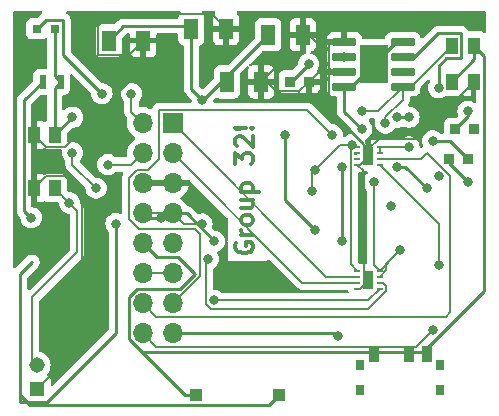
<source format=gbr>
%TF.GenerationSoftware,KiCad,Pcbnew,8.0.1*%
%TF.CreationDate,2024-03-24T23:20:46+02:00*%
%TF.ProjectId,MSHPRI017_Micro_Mouse_Subsystem,4d534850-5249-4303-9137-5f4d6963726f,rev?*%
%TF.SameCoordinates,Original*%
%TF.FileFunction,Copper,L1,Top*%
%TF.FilePolarity,Positive*%
%FSLAX46Y46*%
G04 Gerber Fmt 4.6, Leading zero omitted, Abs format (unit mm)*
G04 Created by KiCad (PCBNEW 8.0.1) date 2024-03-24 23:20:46*
%MOMM*%
%LPD*%
G01*
G04 APERTURE LIST*
G04 Aperture macros list*
%AMRoundRect*
0 Rectangle with rounded corners*
0 $1 Rounding radius*
0 $2 $3 $4 $5 $6 $7 $8 $9 X,Y pos of 4 corners*
0 Add a 4 corners polygon primitive as box body*
4,1,4,$2,$3,$4,$5,$6,$7,$8,$9,$2,$3,0*
0 Add four circle primitives for the rounded corners*
1,1,$1+$1,$2,$3*
1,1,$1+$1,$4,$5*
1,1,$1+$1,$6,$7*
1,1,$1+$1,$8,$9*
0 Add four rect primitives between the rounded corners*
20,1,$1+$1,$2,$3,$4,$5,0*
20,1,$1+$1,$4,$5,$6,$7,0*
20,1,$1+$1,$6,$7,$8,$9,0*
20,1,$1+$1,$8,$9,$2,$3,0*%
G04 Aperture macros list end*
%ADD10C,0.300000*%
%TA.AperFunction,NonConductor*%
%ADD11C,0.300000*%
%TD*%
%TA.AperFunction,SMDPad,CuDef*%
%ADD12R,1.100000X1.380000*%
%TD*%
%TA.AperFunction,SMDPad,CuDef*%
%ADD13R,1.200000X1.820000*%
%TD*%
%TA.AperFunction,SMDPad,CuDef*%
%ADD14R,0.900000X0.950000*%
%TD*%
%TA.AperFunction,SMDPad,CuDef*%
%ADD15RoundRect,0.062500X-0.187500X-0.062500X0.187500X-0.062500X0.187500X0.062500X-0.187500X0.062500X0*%
%TD*%
%TA.AperFunction,SMDPad,CuDef*%
%ADD16R,0.900000X1.600000*%
%TD*%
%TA.AperFunction,SMDPad,CuDef*%
%ADD17R,0.900000X1.400000*%
%TD*%
%TA.AperFunction,SMDPad,CuDef*%
%ADD18R,0.750000X0.850000*%
%TD*%
%TA.AperFunction,SMDPad,CuDef*%
%ADD19R,1.000000X1.450000*%
%TD*%
%TA.AperFunction,ComponentPad*%
%ADD20R,1.308000X1.308000*%
%TD*%
%TA.AperFunction,ComponentPad*%
%ADD21C,1.308000*%
%TD*%
%TA.AperFunction,SMDPad,CuDef*%
%ADD22R,0.570000X1.200000*%
%TD*%
%TA.AperFunction,SMDPad,CuDef*%
%ADD23R,1.000000X1.000000*%
%TD*%
%TA.AperFunction,SMDPad,CuDef*%
%ADD24RoundRect,0.042000X-0.943000X-0.258000X0.943000X-0.258000X0.943000X0.258000X-0.943000X0.258000X0*%
%TD*%
%TA.AperFunction,SMDPad,CuDef*%
%ADD25R,2.413000X3.302000*%
%TD*%
%TA.AperFunction,SMDPad,CuDef*%
%ADD26R,0.800000X0.800000*%
%TD*%
%TA.AperFunction,ComponentPad*%
%ADD27R,1.700000X1.700000*%
%TD*%
%TA.AperFunction,ComponentPad*%
%ADD28O,1.700000X1.700000*%
%TD*%
%TA.AperFunction,ViaPad*%
%ADD29C,0.800000*%
%TD*%
%TA.AperFunction,Conductor*%
%ADD30C,0.250000*%
%TD*%
%TA.AperFunction,Conductor*%
%ADD31C,0.200000*%
%TD*%
G04 APERTURE END LIST*
D10*
D11*
X118872257Y-69659774D02*
X118800828Y-69802632D01*
X118800828Y-69802632D02*
X118800828Y-70016917D01*
X118800828Y-70016917D02*
X118872257Y-70231203D01*
X118872257Y-70231203D02*
X119015114Y-70374060D01*
X119015114Y-70374060D02*
X119157971Y-70445489D01*
X119157971Y-70445489D02*
X119443685Y-70516917D01*
X119443685Y-70516917D02*
X119657971Y-70516917D01*
X119657971Y-70516917D02*
X119943685Y-70445489D01*
X119943685Y-70445489D02*
X120086542Y-70374060D01*
X120086542Y-70374060D02*
X120229400Y-70231203D01*
X120229400Y-70231203D02*
X120300828Y-70016917D01*
X120300828Y-70016917D02*
X120300828Y-69874060D01*
X120300828Y-69874060D02*
X120229400Y-69659774D01*
X120229400Y-69659774D02*
X120157971Y-69588346D01*
X120157971Y-69588346D02*
X119657971Y-69588346D01*
X119657971Y-69588346D02*
X119657971Y-69874060D01*
X120300828Y-68945489D02*
X119300828Y-68945489D01*
X119586542Y-68945489D02*
X119443685Y-68874060D01*
X119443685Y-68874060D02*
X119372257Y-68802632D01*
X119372257Y-68802632D02*
X119300828Y-68659774D01*
X119300828Y-68659774D02*
X119300828Y-68516917D01*
X120300828Y-67802632D02*
X120229400Y-67945489D01*
X120229400Y-67945489D02*
X120157971Y-68016918D01*
X120157971Y-68016918D02*
X120015114Y-68088346D01*
X120015114Y-68088346D02*
X119586542Y-68088346D01*
X119586542Y-68088346D02*
X119443685Y-68016918D01*
X119443685Y-68016918D02*
X119372257Y-67945489D01*
X119372257Y-67945489D02*
X119300828Y-67802632D01*
X119300828Y-67802632D02*
X119300828Y-67588346D01*
X119300828Y-67588346D02*
X119372257Y-67445489D01*
X119372257Y-67445489D02*
X119443685Y-67374061D01*
X119443685Y-67374061D02*
X119586542Y-67302632D01*
X119586542Y-67302632D02*
X120015114Y-67302632D01*
X120015114Y-67302632D02*
X120157971Y-67374061D01*
X120157971Y-67374061D02*
X120229400Y-67445489D01*
X120229400Y-67445489D02*
X120300828Y-67588346D01*
X120300828Y-67588346D02*
X120300828Y-67802632D01*
X119300828Y-66016918D02*
X120300828Y-66016918D01*
X119300828Y-66659775D02*
X120086542Y-66659775D01*
X120086542Y-66659775D02*
X120229400Y-66588346D01*
X120229400Y-66588346D02*
X120300828Y-66445489D01*
X120300828Y-66445489D02*
X120300828Y-66231203D01*
X120300828Y-66231203D02*
X120229400Y-66088346D01*
X120229400Y-66088346D02*
X120157971Y-66016918D01*
X119300828Y-65302632D02*
X120800828Y-65302632D01*
X119372257Y-65302632D02*
X119300828Y-65159775D01*
X119300828Y-65159775D02*
X119300828Y-64874060D01*
X119300828Y-64874060D02*
X119372257Y-64731203D01*
X119372257Y-64731203D02*
X119443685Y-64659775D01*
X119443685Y-64659775D02*
X119586542Y-64588346D01*
X119586542Y-64588346D02*
X120015114Y-64588346D01*
X120015114Y-64588346D02*
X120157971Y-64659775D01*
X120157971Y-64659775D02*
X120229400Y-64731203D01*
X120229400Y-64731203D02*
X120300828Y-64874060D01*
X120300828Y-64874060D02*
X120300828Y-65159775D01*
X120300828Y-65159775D02*
X120229400Y-65302632D01*
X118800828Y-62945489D02*
X118800828Y-62016917D01*
X118800828Y-62016917D02*
X119372257Y-62516917D01*
X119372257Y-62516917D02*
X119372257Y-62302632D01*
X119372257Y-62302632D02*
X119443685Y-62159775D01*
X119443685Y-62159775D02*
X119515114Y-62088346D01*
X119515114Y-62088346D02*
X119657971Y-62016917D01*
X119657971Y-62016917D02*
X120015114Y-62016917D01*
X120015114Y-62016917D02*
X120157971Y-62088346D01*
X120157971Y-62088346D02*
X120229400Y-62159775D01*
X120229400Y-62159775D02*
X120300828Y-62302632D01*
X120300828Y-62302632D02*
X120300828Y-62731203D01*
X120300828Y-62731203D02*
X120229400Y-62874060D01*
X120229400Y-62874060D02*
X120157971Y-62945489D01*
X118943685Y-61445489D02*
X118872257Y-61374061D01*
X118872257Y-61374061D02*
X118800828Y-61231204D01*
X118800828Y-61231204D02*
X118800828Y-60874061D01*
X118800828Y-60874061D02*
X118872257Y-60731204D01*
X118872257Y-60731204D02*
X118943685Y-60659775D01*
X118943685Y-60659775D02*
X119086542Y-60588346D01*
X119086542Y-60588346D02*
X119229400Y-60588346D01*
X119229400Y-60588346D02*
X119443685Y-60659775D01*
X119443685Y-60659775D02*
X120300828Y-61516918D01*
X120300828Y-61516918D02*
X120300828Y-60588346D01*
X120157971Y-59945490D02*
X120229400Y-59874061D01*
X120229400Y-59874061D02*
X120300828Y-59945490D01*
X120300828Y-59945490D02*
X120229400Y-60016918D01*
X120229400Y-60016918D02*
X120157971Y-59945490D01*
X120157971Y-59945490D02*
X120300828Y-59945490D01*
X119729400Y-59945490D02*
X118872257Y-60016918D01*
X118872257Y-60016918D02*
X118800828Y-59945490D01*
X118800828Y-59945490D02*
X118872257Y-59874061D01*
X118872257Y-59874061D02*
X119729400Y-59945490D01*
X119729400Y-59945490D02*
X118800828Y-59945490D01*
D12*
%TO.P,C9,1*%
%TO.N,Bat-*%
X101774000Y-60500000D03*
%TO.P,C9,2*%
%TO.N,5V_uC*%
X103500000Y-60500000D03*
%TD*%
D13*
%TO.P,C1,1*%
%TO.N,Batt*%
X115080000Y-51500000D03*
%TO.P,C1,2*%
%TO.N,Bat-*%
X118000000Y-51500000D03*
%TD*%
D14*
%TO.P,R3,1,1*%
%TO.N,Net-(U1-PROG)*%
X123400000Y-56000000D03*
%TO.P,R3,2,2*%
%TO.N,Bat-*%
X125000000Y-56000000D03*
%TD*%
D15*
%TO.P,MotorDriver1,1,VM*%
%TO.N,Batt*%
X129100000Y-61500000D03*
%TO.P,MotorDriver1,2,OUT1*%
%TO.N,Motor1_A*%
X129100000Y-62000000D03*
%TO.P,MotorDriver1,3,OUT2*%
%TO.N,Motor1_B*%
X129100000Y-62500000D03*
%TO.P,MotorDriver1,4,GND*%
%TO.N,Bat-*%
X129100000Y-63000000D03*
%TO.P,MotorDriver1,5,IN2*%
%TO.N,PWM1_B*%
X131000000Y-63000000D03*
%TO.P,MotorDriver1,6,IN1*%
%TO.N,PWM1_A*%
X131000000Y-62500000D03*
%TO.P,MotorDriver1,7,~{SLEEP}*%
%TO.N,Batt*%
X131000000Y-62000000D03*
%TO.P,MotorDriver1,8,VCC*%
X131000000Y-61500000D03*
D16*
%TO.P,MotorDriver1,9,GND*%
%TO.N,Bat-*%
X130050000Y-62250000D03*
%TD*%
D17*
%TO.P,SW1,1,A*%
%TO.N,Bat+*%
X130500000Y-79000000D03*
%TO.P,SW1,2,B*%
%TO.N,Batt*%
X133500000Y-79000000D03*
%TO.P,SW1,3,C*%
%TO.N,unconnected-(SW1-C-Pad3)*%
X135000000Y-79000000D03*
D18*
%TO.P,SW1,4*%
%TO.N,N/C*%
X129375000Y-79967000D03*
%TO.P,SW1,5*%
X129375000Y-82117000D03*
%TO.P,SW1,6*%
X136125000Y-79967000D03*
%TO.P,SW1,7*%
X136125000Y-82092000D03*
%TD*%
D12*
%TO.P,C10,1*%
%TO.N,Bat-*%
X101774000Y-65000000D03*
%TO.P,C10,2*%
%TO.N,Bat+*%
X103500000Y-65000000D03*
%TD*%
D19*
%TO.P,R1,1,1*%
%TO.N,Bat+*%
X137100000Y-52950000D03*
%TO.P,R1,2,2*%
%TO.N,V_ADC*%
X139000000Y-52950000D03*
%TD*%
D20*
%TO.P,J2,1,1*%
%TO.N,Bat-*%
X102000000Y-82000000D03*
D21*
%TO.P,J2,2,2*%
%TO.N,Bat+*%
X102000000Y-80000000D03*
%TD*%
D22*
%TO.P,D1,A*%
%TO.N,5V_uC*%
X104000000Y-56000000D03*
%TO.P,D1,C*%
%TO.N,Net-(D1-PadC)*%
X102470000Y-56000000D03*
%TD*%
D13*
%TO.P,C2,1*%
%TO.N,Batt*%
X121580000Y-52000000D03*
%TO.P,C2,2*%
%TO.N,Bat-*%
X124500000Y-52000000D03*
%TD*%
%TO.P,C3,1*%
%TO.N,Batt*%
X118080000Y-56000000D03*
%TO.P,C3,2*%
%TO.N,Bat-*%
X121000000Y-56000000D03*
%TD*%
D15*
%TO.P,MotorDriver2,1,VM*%
%TO.N,Batt*%
X129100000Y-72000000D03*
%TO.P,MotorDriver2,2,OUT1*%
%TO.N,Motor2_A*%
X129100000Y-72500000D03*
%TO.P,MotorDriver2,3,OUT2*%
%TO.N,Motor2_B*%
X129100000Y-73000000D03*
%TO.P,MotorDriver2,4,GND*%
%TO.N,Bat-*%
X129100000Y-73500000D03*
%TO.P,MotorDriver2,5,IN2*%
%TO.N,PWM2_B*%
X131000000Y-73500000D03*
%TO.P,MotorDriver2,6,IN1*%
%TO.N,PWM2_A*%
X131000000Y-73000000D03*
%TO.P,MotorDriver2,7,~{SLEEP}*%
%TO.N,Batt*%
X131000000Y-72500000D03*
%TO.P,MotorDriver2,8,VCC*%
X131000000Y-72000000D03*
D16*
%TO.P,MotorDriver2,9,GND*%
%TO.N,Bat-*%
X130050000Y-72750000D03*
%TD*%
D23*
%TO.P,TP1,1,1*%
%TO.N,Batt*%
X122500000Y-82500000D03*
%TD*%
%TO.P,TP2,1,1*%
%TO.N,V_ADC*%
X115500000Y-82500000D03*
%TD*%
D24*
%TO.P,U1,1,TEMP*%
%TO.N,Bat-*%
X128025000Y-52595000D03*
%TO.P,U1,2,PROG*%
%TO.N,Net-(U1-PROG)*%
X128025000Y-53865000D03*
%TO.P,U1,3,GND*%
%TO.N,Bat-*%
X128025000Y-55135000D03*
%TO.P,U1,4,VCC*%
%TO.N,5V_uC*%
X128025000Y-56405000D03*
%TO.P,U1,5,BAT*%
%TO.N,Bat+*%
X132975000Y-56405000D03*
%TO.P,U1,6,~{STDBY}*%
%TO.N,Net-(U1-~{STDBY})*%
X132975000Y-55135000D03*
%TO.P,U1,7,~{CHRG}*%
%TO.N,Net-(U1-~{CHRG})*%
X132975000Y-53865000D03*
%TO.P,U1,8,CE*%
%TO.N,5V_uC*%
X132975000Y-52595000D03*
D25*
%TO.P,U1,9,EP*%
X130500000Y-54500000D03*
%TD*%
D13*
%TO.P,C4,1*%
%TO.N,Batt*%
X108080000Y-52500000D03*
%TO.P,C4,2*%
%TO.N,Bat-*%
X111000000Y-52500000D03*
%TD*%
D26*
%TO.P,D2,A*%
%TO.N,5V_uC*%
X103500000Y-51500000D03*
%TO.P,D2,C*%
%TO.N,Net-(D2-PadC)*%
X102000000Y-51500000D03*
%TD*%
D14*
%TO.P,R4,1,1*%
%TO.N,Net-(U1-~{STDBY})*%
X136900000Y-62500000D03*
%TO.P,R4,2,2*%
%TO.N,Net-(D2-PadC)*%
X138500000Y-62500000D03*
%TD*%
D19*
%TO.P,R2,1,1*%
%TO.N,V_ADC*%
X137100000Y-56000000D03*
%TO.P,R2,2,2*%
%TO.N,Bat-*%
X139000000Y-56000000D03*
%TD*%
D14*
%TO.P,R5,1,1*%
%TO.N,Net-(U1-~{CHRG})*%
X137400000Y-60000000D03*
%TO.P,R5,2,2*%
%TO.N,Net-(D1-PadC)*%
X139000000Y-60000000D03*
%TD*%
D27*
%TO.P,J1,1,Pin_1*%
%TO.N,Motor2_A*%
X113500000Y-59500000D03*
D28*
%TO.P,J1,2,Pin_2*%
%TO.N,PWM2_A*%
X110960000Y-59500000D03*
%TO.P,J1,3,Pin_3*%
%TO.N,Motor2_B*%
X113500000Y-62040000D03*
%TO.P,J1,4,Pin_4*%
%TO.N,PWM2_B*%
X110960000Y-62040000D03*
%TO.P,J1,5,Pin_5*%
%TO.N,Bat-*%
X113500000Y-64580000D03*
%TO.P,J1,6,Pin_6*%
X110960000Y-64580000D03*
%TO.P,J1,7,Pin_7*%
%TO.N,Batt*%
X113500000Y-67120000D03*
%TO.P,J1,8,Pin_8*%
X110960000Y-67120000D03*
%TO.P,J1,9,Pin_9*%
%TO.N,unconnected-(J1-Pin_9-Pad9)*%
X113500000Y-69660000D03*
%TO.P,J1,10,Pin_10*%
%TO.N,V_ADC*%
X110960000Y-69660000D03*
%TO.P,J1,11,Pin_11*%
%TO.N,5V_uC*%
X113500000Y-72200000D03*
%TO.P,J1,12,Pin_12*%
X110960000Y-72200000D03*
%TO.P,J1,13,Pin_13*%
%TO.N,Motor1_A*%
X113500000Y-74740000D03*
%TO.P,J1,14,Pin_14*%
%TO.N,PWM1_A*%
X110960000Y-74740000D03*
%TO.P,J1,15,Pin_15*%
%TO.N,Motor1_B*%
X113500000Y-77280000D03*
%TO.P,J1,16,Pin_16*%
%TO.N,PWM1_B*%
X110960000Y-77280000D03*
%TD*%
D29*
%TO.N,Batt*%
X116000000Y-57500000D03*
X108700000Y-68000000D03*
X133500000Y-61500000D03*
X112500000Y-67500000D03*
X115965025Y-68034975D03*
X130500000Y-64500000D03*
X128688152Y-61312927D03*
X125500000Y-63500000D03*
X117000000Y-69500000D03*
X132750000Y-70250000D03*
X125250000Y-65250000D03*
%TO.N,Bat-*%
X122500000Y-54500000D03*
X118000000Y-51500000D03*
%TO.N,5V_uC*%
X129500000Y-60000000D03*
X123000000Y-60500000D03*
X105000000Y-59000000D03*
X125500000Y-68500000D03*
%TO.N,PWM2_A*%
X110000000Y-57000000D03*
X116500000Y-71000000D03*
%TO.N,PWM2_B*%
X108000000Y-63000000D03*
X108000000Y-63000000D03*
X117000000Y-74500000D03*
%TO.N,Motor1_A*%
X127000000Y-60500000D03*
%TO.N,Motor1_B*%
X127850000Y-69500000D03*
X132000000Y-66500000D03*
X127500000Y-77500000D03*
X127850000Y-63235050D03*
%TO.N,PWM1_B*%
X135500000Y-77000000D03*
X136000000Y-71500000D03*
%TO.N,Bat+*%
X107000000Y-65000000D03*
X105000000Y-62000000D03*
X104750000Y-66250000D03*
X129500000Y-58500000D03*
X131500000Y-59500000D03*
%TO.N,Net-(D1-PadC)*%
X135000000Y-65000000D03*
X139012653Y-59987347D03*
X132500000Y-63200000D03*
X136005025Y-63994975D03*
X101500000Y-67500000D03*
%TO.N,Net-(D2-PadC)*%
X132500000Y-59000000D03*
X133500000Y-59000000D03*
X107500000Y-57000000D03*
X135500000Y-61000000D03*
%TO.N,Net-(U1-PROG)*%
X128025000Y-53865000D03*
X125000000Y-54500000D03*
%TO.N,Net-(U1-~{STDBY})*%
X138500000Y-64500000D03*
%TO.N,Net-(U1-~{CHRG})*%
X138500000Y-58500000D03*
X136000000Y-56500000D03*
%TD*%
D30*
%TO.N,Batt*%
X111340000Y-67500000D02*
X110960000Y-67120000D01*
D31*
X131000000Y-72000000D02*
X130500000Y-71500000D01*
D30*
X112500000Y-67500000D02*
X111340000Y-67500000D01*
D31*
X131550000Y-71950000D02*
X131000000Y-72500000D01*
D30*
X109315000Y-51265000D02*
X108080000Y-52500000D01*
D31*
X114414975Y-68034975D02*
X115965025Y-68034975D01*
D30*
X117000000Y-69500000D02*
X117000000Y-69458860D01*
X114661140Y-67120000D02*
X113500000Y-67120000D01*
X115080000Y-56580000D02*
X116000000Y-57500000D01*
D31*
X131550000Y-71950000D02*
X131550000Y-71450000D01*
X125500000Y-63500000D02*
X127687073Y-61312927D01*
X128835614Y-61500000D02*
X129100000Y-61500000D01*
X129100000Y-72000000D02*
X128550000Y-71450000D01*
X131000000Y-72000000D02*
X132750000Y-70250000D01*
X131550000Y-71450000D02*
X132750000Y-70250000D01*
D30*
X117000000Y-69458860D02*
X114661140Y-67120000D01*
X100568750Y-83068750D02*
X102889250Y-83068750D01*
X116080000Y-57500000D02*
X116000000Y-57500000D01*
X122500000Y-82500000D02*
X121675000Y-83325000D01*
X102889250Y-83068750D02*
X108700000Y-77258000D01*
X115080000Y-51500000D02*
X115080000Y-56580000D01*
D31*
X131000000Y-61500000D02*
X133500000Y-61500000D01*
D30*
X114845000Y-51265000D02*
X109315000Y-51265000D01*
D31*
X125250000Y-63750000D02*
X125500000Y-63500000D01*
X125250000Y-65250000D02*
X125250000Y-63750000D01*
D30*
X115080000Y-51500000D02*
X114845000Y-51265000D01*
X121675000Y-83325000D02*
X101367000Y-83325000D01*
D31*
X130500000Y-71500000D02*
X130500000Y-64500000D01*
X127687073Y-61312927D02*
X128688152Y-61312927D01*
X128550000Y-71450000D02*
X128550000Y-61785614D01*
D30*
X100568750Y-82526750D02*
X100568750Y-72275000D01*
X101367000Y-83325000D02*
X100568750Y-82526750D01*
D31*
X113500000Y-67120000D02*
X114414975Y-68034975D01*
D30*
X100568750Y-72275000D02*
X100568750Y-83068750D01*
D31*
X131000000Y-61500000D02*
X131000000Y-62000000D01*
D30*
X121580000Y-52000000D02*
X116080000Y-57500000D01*
D31*
X110960000Y-67120000D02*
X113500000Y-67120000D01*
D30*
X108700000Y-77258000D02*
X108700000Y-68000000D01*
X100568750Y-72275000D02*
X101593750Y-71250000D01*
D31*
X128550000Y-61785614D02*
X128835614Y-61500000D01*
%TO.N,Bat-*%
X125595000Y-52595000D02*
X128025000Y-52595000D01*
X125000000Y-56000000D02*
X125865000Y-55135000D01*
X107180000Y-51290000D02*
X107180000Y-53710000D01*
X111000000Y-54840000D02*
X111000000Y-52500000D01*
X102000000Y-82000000D02*
X105810750Y-78189250D01*
X108180000Y-50290000D02*
X107180000Y-51290000D01*
X130050000Y-72814386D02*
X130050000Y-72750000D01*
X127040001Y-52595000D02*
X126740000Y-52895001D01*
X129650000Y-62714386D02*
X129364386Y-63000000D01*
X109790000Y-53710000D02*
X111000000Y-52500000D01*
X124225000Y-56775000D02*
X125000000Y-56000000D01*
X105810750Y-78189250D02*
X105810750Y-65470750D01*
X129650000Y-63550000D02*
X129100000Y-63000000D01*
X126740000Y-52895001D02*
X126740000Y-58375614D01*
X128025000Y-52595000D02*
X127040001Y-52595000D01*
X118000000Y-51500000D02*
X116790000Y-50290000D01*
X121000000Y-56000000D02*
X121500000Y-56000000D01*
X130050000Y-61685614D02*
X130050000Y-62250000D01*
X121500000Y-56000000D02*
X122275000Y-56775000D01*
X101774000Y-60500000D02*
X101774000Y-65000000D01*
X129100000Y-73500000D02*
X129364386Y-73500000D01*
X130935614Y-60800000D02*
X130050000Y-61685614D01*
X125000000Y-52000000D02*
X125595000Y-52595000D01*
X129650000Y-73214386D02*
X129650000Y-63550000D01*
X125865000Y-55135000D02*
X128025000Y-55135000D01*
X105810750Y-65470750D02*
X104350000Y-64010000D01*
X126740000Y-52895001D02*
X126740000Y-54834999D01*
X126740000Y-54834999D02*
X127040001Y-55135000D01*
X129364386Y-73500000D02*
X129650000Y-73214386D01*
X134200000Y-60800000D02*
X130935614Y-60800000D01*
X129650000Y-61285614D02*
X129650000Y-62714386D01*
X110960000Y-64580000D02*
X113500000Y-64580000D01*
X129364386Y-63000000D02*
X129100000Y-63000000D01*
X124500000Y-52000000D02*
X125000000Y-52000000D01*
X126740000Y-58375614D02*
X130050000Y-61685614D01*
X102764000Y-64010000D02*
X101774000Y-65000000D01*
X101774000Y-60500000D02*
X102764000Y-61490000D01*
X129364386Y-73500000D02*
X130050000Y-72814386D01*
X102764000Y-61490000D02*
X104350000Y-61490000D01*
X121000000Y-56000000D02*
X122500000Y-54500000D01*
X127040001Y-55135000D02*
X128025000Y-55135000D01*
X139000000Y-56000000D02*
X134200000Y-60800000D01*
X126740000Y-58375614D02*
X129650000Y-61285614D01*
X107180000Y-53710000D02*
X109790000Y-53710000D01*
X116790000Y-50290000D02*
X108180000Y-50290000D01*
X104350000Y-64010000D02*
X102764000Y-64010000D01*
X122275000Y-56775000D02*
X124225000Y-56775000D01*
X104350000Y-61490000D02*
X111000000Y-54840000D01*
%TO.N,5V_uC*%
X110960000Y-72200000D02*
X113500000Y-72200000D01*
D30*
X128025000Y-56405000D02*
X128595000Y-56405000D01*
X128025000Y-56405000D02*
X128025000Y-58525000D01*
X128595000Y-56405000D02*
X130500000Y-54500000D01*
X128025000Y-58525000D02*
X129500000Y-60000000D01*
X132975000Y-52595000D02*
X132405000Y-52595000D01*
X123000000Y-66000000D02*
X125500000Y-68500000D01*
X132405000Y-52595000D02*
X130500000Y-54500000D01*
X103500000Y-51500000D02*
X103500000Y-55500000D01*
X103500000Y-60500000D02*
X103500000Y-56500000D01*
X103500000Y-55500000D02*
X104000000Y-56000000D01*
X103500000Y-60500000D02*
X105000000Y-59000000D01*
X103500000Y-56500000D02*
X104000000Y-56000000D01*
X123000000Y-60500000D02*
X123000000Y-66000000D01*
D31*
%TO.N,Motor2_A*%
X126500000Y-72500000D02*
X113500000Y-59500000D01*
X129100000Y-72500000D02*
X126500000Y-72500000D01*
%TO.N,PWM2_A*%
X116710050Y-75200000D02*
X116300000Y-74789950D01*
X131550000Y-73285614D02*
X131550000Y-73714386D01*
X110000000Y-57000000D02*
X110000000Y-58540000D01*
X110000000Y-58540000D02*
X110960000Y-59500000D01*
X131000000Y-73000000D02*
X131264386Y-73000000D01*
X130064386Y-75200000D02*
X116710050Y-75200000D01*
X131550000Y-73714386D02*
X130064386Y-75200000D01*
X116300000Y-71200000D02*
X116500000Y-71000000D01*
X131264386Y-73000000D02*
X131550000Y-73285614D01*
X116300000Y-74789950D02*
X116300000Y-71200000D01*
%TO.N,Motor2_B*%
X129100000Y-73000000D02*
X124460000Y-73000000D01*
X124460000Y-73000000D02*
X113500000Y-62040000D01*
%TO.N,PWM2_B*%
X110000000Y-63000000D02*
X110960000Y-62040000D01*
X131000000Y-73500000D02*
X130000000Y-74500000D01*
X130000000Y-74500000D02*
X117000000Y-74500000D01*
X108000000Y-63000000D02*
X110000000Y-63000000D01*
D30*
%TO.N,V_ADC*%
X139825000Y-53775000D02*
X139000000Y-52950000D01*
X110873299Y-78855000D02*
X134670305Y-78855000D01*
X134670305Y-78855000D02*
X139825000Y-73700305D01*
X139000000Y-52950000D02*
X139000000Y-54100000D01*
X139000000Y-54100000D02*
X137100000Y-56000000D01*
X110473299Y-73565000D02*
X109785000Y-74253299D01*
X113946040Y-70835000D02*
X115375000Y-72263960D01*
X110960000Y-69660000D02*
X112135000Y-70835000D01*
X109785000Y-77766701D02*
X110873299Y-78855000D01*
X114073960Y-73565000D02*
X110473299Y-73565000D01*
X109785000Y-77766701D02*
X114518299Y-82500000D01*
X112135000Y-70835000D02*
X113946040Y-70835000D01*
X114518299Y-82500000D02*
X115500000Y-82500000D01*
X139825000Y-73700305D02*
X139825000Y-53775000D01*
X109785000Y-74253299D02*
X109785000Y-77766701D01*
X115375000Y-72263960D02*
X114073960Y-73565000D01*
D31*
%TO.N,Motor1_A*%
X109810000Y-64103654D02*
X110483654Y-63430000D01*
X129100000Y-62000000D02*
X129000000Y-62000000D01*
X124850000Y-58350000D02*
X127000000Y-60500000D01*
X113500000Y-74740000D02*
X115800000Y-72440000D01*
X112350000Y-58350000D02*
X124850000Y-58350000D01*
X109810000Y-67596346D02*
X109810000Y-64103654D01*
X115375075Y-68434975D02*
X110648629Y-68434975D01*
X112350000Y-62516346D02*
X112350000Y-58350000D01*
X110483654Y-63430000D02*
X111436346Y-63430000D01*
X115800000Y-72440000D02*
X115800000Y-68859900D01*
X129000000Y-62000000D02*
X129000000Y-62075000D01*
X110648629Y-68434975D02*
X109810000Y-67596346D01*
X111436346Y-63430000D02*
X112350000Y-62516346D01*
X129000000Y-62075000D02*
X128950000Y-62075000D01*
X115800000Y-68859900D02*
X115375075Y-68434975D01*
%TO.N,PWM1_A*%
X112110000Y-75890000D02*
X136610000Y-75890000D01*
X135000000Y-62000000D02*
X134500000Y-62500000D01*
X110960000Y-74740000D02*
X112110000Y-75890000D01*
X137000000Y-64000000D02*
X135000000Y-62000000D01*
X137000000Y-75500000D02*
X137000000Y-64000000D01*
X136610000Y-75890000D02*
X137000000Y-75500000D01*
X134500000Y-62500000D02*
X131000000Y-62500000D01*
D30*
%TO.N,Motor1_B*%
X127850000Y-69500000D02*
X127850000Y-63235050D01*
X113500000Y-77280000D02*
X127280000Y-77280000D01*
X127280000Y-77280000D02*
X127500000Y-77500000D01*
D31*
%TO.N,PWM1_B*%
X112110000Y-78430000D02*
X110960000Y-77280000D01*
X131000000Y-63000000D02*
X136000000Y-68000000D01*
X135500000Y-77000000D02*
X134070000Y-78430000D01*
X134070000Y-78430000D02*
X112110000Y-78430000D01*
X136000000Y-68000000D02*
X136000000Y-71500000D01*
%TO.N,Bat+*%
X132975000Y-56405000D02*
X132975000Y-57525000D01*
X137100000Y-52950000D02*
X133645000Y-56405000D01*
X132975000Y-57525000D02*
X131500000Y-59000000D01*
X105410750Y-70433000D02*
X101593750Y-74250000D01*
X103500000Y-65000000D02*
X104750000Y-66250000D01*
X130880000Y-58500000D02*
X129500000Y-58500000D01*
X131500000Y-59000000D02*
X131500000Y-59500000D01*
X104750000Y-66250000D02*
X105410750Y-66910750D01*
X132975000Y-56405000D02*
X130880000Y-58500000D01*
X105410750Y-66910750D02*
X105410750Y-70433000D01*
X105000000Y-62000000D02*
X105000000Y-63000000D01*
X101593750Y-79593750D02*
X101593750Y-74250000D01*
X105000000Y-63000000D02*
X107000000Y-65000000D01*
X102000000Y-80000000D02*
X101593750Y-79593750D01*
X133645000Y-56405000D02*
X132975000Y-56405000D01*
D30*
%TO.N,Net-(D1-PadC)*%
X102470000Y-56000000D02*
X100899000Y-57571000D01*
X100899000Y-66899000D02*
X101500000Y-67500000D01*
X100899000Y-57571000D02*
X100899000Y-66899000D01*
X133200000Y-63200000D02*
X135000000Y-65000000D01*
X132500000Y-63200000D02*
X133200000Y-63200000D01*
%TO.N,Net-(D2-PadC)*%
X137000000Y-61000000D02*
X135500000Y-61000000D01*
X104225000Y-53725000D02*
X107500000Y-57000000D01*
X102725000Y-50775000D02*
X104225000Y-50775000D01*
X138500000Y-62500000D02*
X137000000Y-61000000D01*
X102000000Y-51500000D02*
X102725000Y-50775000D01*
X104225000Y-50775000D02*
X104225000Y-53725000D01*
X133500000Y-59000000D02*
X132500000Y-59000000D01*
%TO.N,Net-(U1-PROG)*%
X123400000Y-56000000D02*
X123500000Y-56000000D01*
X123500000Y-56000000D02*
X125000000Y-54500000D01*
%TO.N,Net-(U1-~{STDBY})*%
X136900000Y-62500000D02*
X136900000Y-62900000D01*
X136900000Y-62900000D02*
X138500000Y-64500000D01*
%TO.N,Net-(U1-~{CHRG})*%
X136000000Y-54651040D02*
X136000000Y-56500000D01*
X133959999Y-53865000D02*
X135924999Y-51900000D01*
X137925000Y-54000000D02*
X136651040Y-54000000D01*
X138500000Y-58900000D02*
X137400000Y-60000000D01*
X132975000Y-53865000D02*
X133959999Y-53865000D01*
X137925000Y-51900000D02*
X137925000Y-54000000D01*
X135924999Y-51900000D02*
X137925000Y-51900000D01*
X136651040Y-54000000D02*
X136000000Y-54651040D01*
X138500000Y-58500000D02*
X138500000Y-58900000D01*
%TD*%
%TA.AperFunction,Conductor*%
%TO.N,Bat-*%
G36*
X102417263Y-50019685D02*
G01*
X102463018Y-50072489D01*
X102472962Y-50141647D01*
X102443937Y-50205203D01*
X102419135Y-50227088D01*
X102418580Y-50227459D01*
X102418556Y-50227474D01*
X102418557Y-50227475D01*
X102326268Y-50289140D01*
X102282705Y-50332703D01*
X102239142Y-50376267D01*
X102239139Y-50376270D01*
X102052227Y-50563181D01*
X101990904Y-50596666D01*
X101964546Y-50599500D01*
X101552129Y-50599500D01*
X101552123Y-50599501D01*
X101492516Y-50605908D01*
X101357671Y-50656202D01*
X101357664Y-50656206D01*
X101242455Y-50742452D01*
X101242452Y-50742455D01*
X101156206Y-50857664D01*
X101156202Y-50857671D01*
X101105908Y-50992517D01*
X101099501Y-51052116D01*
X101099500Y-51052135D01*
X101099500Y-51947870D01*
X101099501Y-51947876D01*
X101105908Y-52007483D01*
X101156202Y-52142328D01*
X101156206Y-52142335D01*
X101242452Y-52257544D01*
X101242455Y-52257547D01*
X101357664Y-52343793D01*
X101357671Y-52343797D01*
X101492517Y-52394091D01*
X101492516Y-52394091D01*
X101499444Y-52394835D01*
X101552127Y-52400500D01*
X102447872Y-52400499D01*
X102507483Y-52394091D01*
X102642331Y-52343796D01*
X102675690Y-52318823D01*
X102741149Y-52294406D01*
X102809422Y-52309256D01*
X102824304Y-52318819D01*
X102824805Y-52319194D01*
X102866679Y-52375125D01*
X102874500Y-52418465D01*
X102874500Y-54775500D01*
X102854815Y-54842539D01*
X102802011Y-54888294D01*
X102750500Y-54899500D01*
X102137129Y-54899500D01*
X102137123Y-54899501D01*
X102077516Y-54905908D01*
X101942671Y-54956202D01*
X101942664Y-54956206D01*
X101827455Y-55042452D01*
X101827452Y-55042455D01*
X101741206Y-55157664D01*
X101741202Y-55157671D01*
X101690908Y-55292517D01*
X101684501Y-55352116D01*
X101684500Y-55352135D01*
X101684500Y-55849546D01*
X101664815Y-55916585D01*
X101648181Y-55937227D01*
X101067016Y-56518393D01*
X100500269Y-57085140D01*
X100500267Y-57085142D01*
X100473704Y-57111705D01*
X100413142Y-57172266D01*
X100412660Y-57172988D01*
X100381855Y-57219091D01*
X100349479Y-57267544D01*
X100344686Y-57274717D01*
X100344685Y-57274719D01*
X100326946Y-57317547D01*
X100297538Y-57388544D01*
X100297535Y-57388554D01*
X100293170Y-57410498D01*
X100293171Y-57410499D01*
X100275369Y-57500000D01*
X100273500Y-57509394D01*
X100273500Y-57509397D01*
X100273500Y-66960607D01*
X100279307Y-66989806D01*
X100292950Y-67058393D01*
X100292950Y-67058394D01*
X100297534Y-67081444D01*
X100297537Y-67081453D01*
X100344685Y-67195280D01*
X100344687Y-67195283D01*
X100344688Y-67195286D01*
X100358429Y-67215851D01*
X100378914Y-67246507D01*
X100378915Y-67246509D01*
X100413140Y-67297731D01*
X100413141Y-67297732D01*
X100413142Y-67297733D01*
X100500267Y-67384858D01*
X100500268Y-67384858D01*
X100500268Y-67384859D01*
X100561039Y-67445630D01*
X100594524Y-67506953D01*
X100596678Y-67520343D01*
X100614326Y-67688256D01*
X100614327Y-67688259D01*
X100672818Y-67868277D01*
X100672821Y-67868284D01*
X100767467Y-68032216D01*
X100857063Y-68131722D01*
X100894129Y-68172888D01*
X101047265Y-68284148D01*
X101047270Y-68284151D01*
X101220192Y-68361142D01*
X101220197Y-68361144D01*
X101405354Y-68400500D01*
X101405355Y-68400500D01*
X101594644Y-68400500D01*
X101594646Y-68400500D01*
X101779803Y-68361144D01*
X101952730Y-68284151D01*
X102105871Y-68172888D01*
X102232533Y-68032216D01*
X102327179Y-67868284D01*
X102385674Y-67688256D01*
X102405460Y-67500000D01*
X102385674Y-67311744D01*
X102327179Y-67131716D01*
X102232533Y-66967784D01*
X102105871Y-66827112D01*
X102044077Y-66782216D01*
X101952734Y-66715851D01*
X101952729Y-66715848D01*
X101779807Y-66638857D01*
X101779802Y-66638855D01*
X101622719Y-66605467D01*
X101561237Y-66572275D01*
X101527461Y-66511112D01*
X101524500Y-66484177D01*
X101524500Y-57881451D01*
X101544185Y-57814412D01*
X101560815Y-57793774D01*
X102217771Y-57136817D01*
X102279094Y-57103333D01*
X102305452Y-57100499D01*
X102750500Y-57100499D01*
X102817539Y-57120184D01*
X102863294Y-57172988D01*
X102874500Y-57224499D01*
X102874500Y-59217884D01*
X102854815Y-59284923D01*
X102802011Y-59330678D01*
X102793834Y-59334066D01*
X102707669Y-59366203D01*
X102699890Y-59370452D01*
X102698730Y-59368329D01*
X102645418Y-59388208D01*
X102577146Y-59373350D01*
X102570267Y-59368928D01*
X102566086Y-59366645D01*
X102431379Y-59316403D01*
X102431372Y-59316401D01*
X102371844Y-59310000D01*
X102024000Y-59310000D01*
X102024000Y-61690000D01*
X102371828Y-61690000D01*
X102371844Y-61689999D01*
X102431372Y-61683598D01*
X102431376Y-61683597D01*
X102566095Y-61633349D01*
X102573877Y-61629101D01*
X102575138Y-61631412D01*
X102627728Y-61611794D01*
X102696002Y-61626640D01*
X102704131Y-61631864D01*
X102707671Y-61633797D01*
X102842517Y-61684091D01*
X102842516Y-61684091D01*
X102844256Y-61684278D01*
X102902127Y-61690500D01*
X103989353Y-61690499D01*
X104056392Y-61710184D01*
X104102147Y-61762987D01*
X104112674Y-61827460D01*
X104094540Y-62000000D01*
X104114326Y-62188256D01*
X104114327Y-62188259D01*
X104172818Y-62368277D01*
X104172821Y-62368284D01*
X104267467Y-62532216D01*
X104363487Y-62638857D01*
X104367650Y-62643480D01*
X104397880Y-62706471D01*
X104399500Y-62726452D01*
X104399500Y-62913330D01*
X104399499Y-62913348D01*
X104399499Y-63079054D01*
X104399498Y-63079054D01*
X104440423Y-63231785D01*
X104469358Y-63281900D01*
X104469359Y-63281904D01*
X104469360Y-63281904D01*
X104497771Y-63331115D01*
X104519479Y-63368714D01*
X104519481Y-63368717D01*
X104638349Y-63487585D01*
X104638355Y-63487590D01*
X106058221Y-64907456D01*
X106091706Y-64968779D01*
X106094540Y-64995137D01*
X106094540Y-64999997D01*
X106094540Y-65000000D01*
X106114326Y-65188256D01*
X106114327Y-65188259D01*
X106172818Y-65368277D01*
X106172821Y-65368284D01*
X106267467Y-65532216D01*
X106363487Y-65638857D01*
X106394129Y-65672888D01*
X106547265Y-65784148D01*
X106547270Y-65784151D01*
X106720192Y-65861142D01*
X106720197Y-65861144D01*
X106905354Y-65900500D01*
X106905355Y-65900500D01*
X107094644Y-65900500D01*
X107094646Y-65900500D01*
X107279803Y-65861144D01*
X107452730Y-65784151D01*
X107605871Y-65672888D01*
X107732533Y-65532216D01*
X107827179Y-65368284D01*
X107885674Y-65188256D01*
X107905460Y-65000000D01*
X107885674Y-64811744D01*
X107827179Y-64631716D01*
X107732533Y-64467784D01*
X107605871Y-64327112D01*
X107584719Y-64311744D01*
X107452734Y-64215851D01*
X107452729Y-64215848D01*
X107279807Y-64138857D01*
X107279802Y-64138855D01*
X107134001Y-64107865D01*
X107094646Y-64099500D01*
X107094645Y-64099500D01*
X107000097Y-64099500D01*
X106933058Y-64079815D01*
X106912416Y-64063181D01*
X105649397Y-62800162D01*
X105615912Y-62738839D01*
X105620896Y-62669147D01*
X105644925Y-62629513D01*
X105732533Y-62532216D01*
X105827179Y-62368284D01*
X105885674Y-62188256D01*
X105905460Y-62000000D01*
X105885674Y-61811744D01*
X105827179Y-61631716D01*
X105732533Y-61467784D01*
X105605871Y-61327112D01*
X105584719Y-61311744D01*
X105452734Y-61215851D01*
X105452729Y-61215848D01*
X105279807Y-61138857D01*
X105279802Y-61138855D01*
X105134001Y-61107865D01*
X105094646Y-61099500D01*
X104905354Y-61099500D01*
X104865999Y-61107865D01*
X104720198Y-61138855D01*
X104714014Y-61140865D01*
X104713189Y-61138325D01*
X104655661Y-61146028D01*
X104592390Y-61116387D01*
X104555188Y-61057245D01*
X104550499Y-61023467D01*
X104550499Y-60385453D01*
X104570184Y-60318414D01*
X104586818Y-60297772D01*
X104947772Y-59936819D01*
X105009095Y-59903334D01*
X105035453Y-59900500D01*
X105094644Y-59900500D01*
X105094646Y-59900500D01*
X105279803Y-59861144D01*
X105452730Y-59784151D01*
X105605871Y-59672888D01*
X105732533Y-59532216D01*
X105827179Y-59368284D01*
X105885674Y-59188256D01*
X105905460Y-59000000D01*
X105885674Y-58811744D01*
X105827179Y-58631716D01*
X105732533Y-58467784D01*
X105605871Y-58327112D01*
X105605870Y-58327111D01*
X105452734Y-58215851D01*
X105452729Y-58215848D01*
X105279807Y-58138857D01*
X105279802Y-58138855D01*
X105134001Y-58107865D01*
X105094646Y-58099500D01*
X104905354Y-58099500D01*
X104872897Y-58106398D01*
X104720197Y-58138855D01*
X104720192Y-58138857D01*
X104547270Y-58215848D01*
X104547265Y-58215851D01*
X104394129Y-58327111D01*
X104394128Y-58327112D01*
X104341649Y-58385396D01*
X104282162Y-58422044D01*
X104212305Y-58420713D01*
X104154257Y-58381826D01*
X104126448Y-58317729D01*
X104125500Y-58302423D01*
X104125500Y-57224499D01*
X104145185Y-57157460D01*
X104197989Y-57111705D01*
X104249500Y-57100499D01*
X104332871Y-57100499D01*
X104332872Y-57100499D01*
X104392483Y-57094091D01*
X104527331Y-57043796D01*
X104642546Y-56957546D01*
X104728796Y-56842331D01*
X104779091Y-56707483D01*
X104785500Y-56647873D01*
X104785499Y-55469450D01*
X104805184Y-55402412D01*
X104857987Y-55356657D01*
X104927146Y-55346713D01*
X104990702Y-55375738D01*
X104997174Y-55381765D01*
X105831257Y-56215848D01*
X106561038Y-56945629D01*
X106594523Y-57006952D01*
X106596678Y-57020348D01*
X106603489Y-57085143D01*
X106614326Y-57188256D01*
X106614327Y-57188259D01*
X106672818Y-57368277D01*
X106672821Y-57368284D01*
X106767467Y-57532216D01*
X106863487Y-57638857D01*
X106894129Y-57672888D01*
X107047265Y-57784148D01*
X107047270Y-57784151D01*
X107220192Y-57861142D01*
X107220197Y-57861144D01*
X107405354Y-57900500D01*
X107405355Y-57900500D01*
X107594644Y-57900500D01*
X107594646Y-57900500D01*
X107779803Y-57861144D01*
X107952730Y-57784151D01*
X108105871Y-57672888D01*
X108232533Y-57532216D01*
X108327179Y-57368284D01*
X108385674Y-57188256D01*
X108405460Y-57000000D01*
X108385674Y-56811744D01*
X108327179Y-56631716D01*
X108232533Y-56467784D01*
X108105871Y-56327112D01*
X108105870Y-56327111D01*
X107952734Y-56215851D01*
X107952729Y-56215848D01*
X107779807Y-56138857D01*
X107779802Y-56138855D01*
X107618315Y-56104531D01*
X107594646Y-56099500D01*
X107594645Y-56099500D01*
X107535453Y-56099500D01*
X107468414Y-56079815D01*
X107447772Y-56063181D01*
X104886819Y-53502228D01*
X104853334Y-53440905D01*
X104850500Y-53414547D01*
X104850500Y-50713393D01*
X104850499Y-50713389D01*
X104839125Y-50656206D01*
X104826463Y-50592548D01*
X104779311Y-50478714D01*
X104779310Y-50478713D01*
X104779307Y-50478707D01*
X104710858Y-50376267D01*
X104710855Y-50376263D01*
X104623736Y-50289144D01*
X104623732Y-50289141D01*
X104530885Y-50227102D01*
X104486080Y-50173489D01*
X104477373Y-50104164D01*
X104507528Y-50041137D01*
X104566971Y-50004418D01*
X104599776Y-50000000D01*
X114060416Y-50000000D01*
X114127455Y-50019685D01*
X114173210Y-50072489D01*
X114183154Y-50141647D01*
X114154129Y-50205203D01*
X114134727Y-50223266D01*
X114122455Y-50232452D01*
X114122452Y-50232455D01*
X114036206Y-50347664D01*
X114036202Y-50347671D01*
X113985910Y-50482513D01*
X113985909Y-50482517D01*
X113980937Y-50528757D01*
X113954201Y-50593306D01*
X113896809Y-50633154D01*
X113857649Y-50639500D01*
X109253389Y-50639500D01*
X109192971Y-50651518D01*
X109132548Y-50663537D01*
X109132543Y-50663538D01*
X109098546Y-50677620D01*
X109085397Y-50683067D01*
X109018718Y-50710685D01*
X108999571Y-50723479D01*
X108993190Y-50727743D01*
X108993189Y-50727744D01*
X108993188Y-50727743D01*
X108916266Y-50779142D01*
X108916265Y-50779143D01*
X108872704Y-50822705D01*
X108829142Y-50866267D01*
X108829139Y-50866270D01*
X108642227Y-51053181D01*
X108580904Y-51086666D01*
X108554546Y-51089500D01*
X107432129Y-51089500D01*
X107432123Y-51089501D01*
X107372516Y-51095908D01*
X107237671Y-51146202D01*
X107237664Y-51146206D01*
X107122455Y-51232452D01*
X107122452Y-51232455D01*
X107036206Y-51347664D01*
X107036202Y-51347671D01*
X106985908Y-51482517D01*
X106979501Y-51542116D01*
X106979500Y-51542135D01*
X106979500Y-53457870D01*
X106979501Y-53457876D01*
X106985908Y-53517483D01*
X107036202Y-53652328D01*
X107036206Y-53652335D01*
X107122452Y-53767544D01*
X107122455Y-53767547D01*
X107237664Y-53853793D01*
X107237671Y-53853797D01*
X107372517Y-53904091D01*
X107372516Y-53904091D01*
X107379444Y-53904835D01*
X107432127Y-53910500D01*
X108727872Y-53910499D01*
X108787483Y-53904091D01*
X108922331Y-53853796D01*
X109037546Y-53767546D01*
X109123796Y-53652331D01*
X109174091Y-53517483D01*
X109180500Y-53457873D01*
X109180499Y-52750000D01*
X109900000Y-52750000D01*
X109900000Y-53457844D01*
X109906401Y-53517372D01*
X109906403Y-53517379D01*
X109956645Y-53652086D01*
X109956649Y-53652093D01*
X110042809Y-53767187D01*
X110042812Y-53767190D01*
X110157906Y-53853350D01*
X110157913Y-53853354D01*
X110292620Y-53903596D01*
X110292627Y-53903598D01*
X110352155Y-53909999D01*
X110352172Y-53910000D01*
X110750000Y-53910000D01*
X110750000Y-52750000D01*
X111250000Y-52750000D01*
X111250000Y-53910000D01*
X111647828Y-53910000D01*
X111647844Y-53909999D01*
X111707372Y-53903598D01*
X111707379Y-53903596D01*
X111842086Y-53853354D01*
X111842093Y-53853350D01*
X111957187Y-53767190D01*
X111957190Y-53767187D01*
X112043350Y-53652093D01*
X112043354Y-53652086D01*
X112093596Y-53517379D01*
X112093598Y-53517372D01*
X112099999Y-53457844D01*
X112100000Y-53457827D01*
X112100000Y-52750000D01*
X111250000Y-52750000D01*
X110750000Y-52750000D01*
X109900000Y-52750000D01*
X109180499Y-52750000D01*
X109180499Y-52335451D01*
X109200184Y-52268413D01*
X109216818Y-52247771D01*
X109537771Y-51926819D01*
X109599094Y-51893334D01*
X109625452Y-51890500D01*
X109776000Y-51890500D01*
X109843039Y-51910185D01*
X109888794Y-51962989D01*
X109900000Y-52014500D01*
X109900000Y-52250000D01*
X112100000Y-52250000D01*
X112100000Y-52014500D01*
X112119685Y-51947461D01*
X112172489Y-51901706D01*
X112224000Y-51890500D01*
X113855501Y-51890500D01*
X113922540Y-51910185D01*
X113968295Y-51962989D01*
X113979501Y-52014500D01*
X113979501Y-52457876D01*
X113985908Y-52517483D01*
X114036202Y-52652328D01*
X114036206Y-52652335D01*
X114122452Y-52767544D01*
X114122455Y-52767547D01*
X114237664Y-52853793D01*
X114237671Y-52853797D01*
X114373833Y-52904582D01*
X114429767Y-52946453D01*
X114454184Y-53011917D01*
X114454500Y-53020764D01*
X114454500Y-56641611D01*
X114478535Y-56762444D01*
X114478540Y-56762461D01*
X114525685Y-56876280D01*
X114525687Y-56876283D01*
X114525688Y-56876286D01*
X114553796Y-56918352D01*
X114554092Y-56918794D01*
X114554093Y-56918796D01*
X114594140Y-56978731D01*
X114594141Y-56978732D01*
X114594142Y-56978733D01*
X114681267Y-57065858D01*
X114681268Y-57065858D01*
X114688335Y-57072925D01*
X114688334Y-57072925D01*
X114688338Y-57072928D01*
X115061038Y-57445629D01*
X115094523Y-57506952D01*
X115096678Y-57520348D01*
X115106368Y-57612538D01*
X115093799Y-57681268D01*
X115046067Y-57732292D01*
X114983047Y-57749500D01*
X112270943Y-57749500D01*
X112118216Y-57790423D01*
X112118209Y-57790426D01*
X111981290Y-57869475D01*
X111981282Y-57869481D01*
X111869481Y-57981282D01*
X111869475Y-57981290D01*
X111790426Y-58118209D01*
X111790423Y-58118214D01*
X111762239Y-58223401D01*
X111725874Y-58283061D01*
X111663027Y-58313590D01*
X111593651Y-58305295D01*
X111590059Y-58303689D01*
X111519835Y-58270943D01*
X111423663Y-58226097D01*
X111423659Y-58226096D01*
X111423655Y-58226094D01*
X111195413Y-58164938D01*
X111195403Y-58164936D01*
X110960001Y-58144341D01*
X110959998Y-58144341D01*
X110735307Y-58163999D01*
X110666807Y-58150232D01*
X110616624Y-58101617D01*
X110600500Y-58040471D01*
X110600500Y-57726452D01*
X110620185Y-57659413D01*
X110632350Y-57643480D01*
X110636513Y-57638857D01*
X110732533Y-57532216D01*
X110827179Y-57368284D01*
X110885674Y-57188256D01*
X110905460Y-57000000D01*
X110885674Y-56811744D01*
X110827179Y-56631716D01*
X110732533Y-56467784D01*
X110605871Y-56327112D01*
X110605870Y-56327111D01*
X110452734Y-56215851D01*
X110452729Y-56215848D01*
X110279807Y-56138857D01*
X110279802Y-56138855D01*
X110118315Y-56104531D01*
X110094646Y-56099500D01*
X109905354Y-56099500D01*
X109881685Y-56104531D01*
X109720197Y-56138855D01*
X109720192Y-56138857D01*
X109547270Y-56215848D01*
X109547265Y-56215851D01*
X109394129Y-56327111D01*
X109267466Y-56467785D01*
X109172821Y-56631715D01*
X109172818Y-56631722D01*
X109114327Y-56811740D01*
X109114326Y-56811744D01*
X109094540Y-57000000D01*
X109114326Y-57188256D01*
X109114327Y-57188259D01*
X109172818Y-57368277D01*
X109172821Y-57368284D01*
X109267467Y-57532216D01*
X109363487Y-57638857D01*
X109367650Y-57643480D01*
X109397880Y-57706471D01*
X109399500Y-57726452D01*
X109399500Y-58453330D01*
X109399499Y-58453348D01*
X109399499Y-58619054D01*
X109399498Y-58619054D01*
X109440423Y-58771785D01*
X109463492Y-58811740D01*
X109463493Y-58811744D01*
X109519475Y-58908709D01*
X109519481Y-58908717D01*
X109627233Y-59016469D01*
X109660718Y-59077792D01*
X109659327Y-59136243D01*
X109624938Y-59264586D01*
X109624936Y-59264596D01*
X109604341Y-59499999D01*
X109604341Y-59500000D01*
X109624936Y-59735403D01*
X109624938Y-59735413D01*
X109686094Y-59963655D01*
X109686096Y-59963659D01*
X109686097Y-59963663D01*
X109767791Y-60138855D01*
X109785965Y-60177830D01*
X109785967Y-60177834D01*
X109860412Y-60284151D01*
X109919322Y-60368284D01*
X109921501Y-60371395D01*
X109921506Y-60371402D01*
X110088597Y-60538493D01*
X110088603Y-60538498D01*
X110274158Y-60668425D01*
X110317783Y-60723002D01*
X110324977Y-60792500D01*
X110293454Y-60854855D01*
X110274158Y-60871575D01*
X110088597Y-61001505D01*
X109921505Y-61168597D01*
X109785965Y-61362169D01*
X109785964Y-61362171D01*
X109686098Y-61576335D01*
X109686094Y-61576344D01*
X109624938Y-61804586D01*
X109624936Y-61804596D01*
X109606777Y-62012158D01*
X109604341Y-62040000D01*
X109623999Y-62264693D01*
X109610234Y-62333192D01*
X109561619Y-62383375D01*
X109500472Y-62399500D01*
X108726258Y-62399500D01*
X108659219Y-62379815D01*
X108634109Y-62358473D01*
X108605871Y-62327112D01*
X108605864Y-62327106D01*
X108452734Y-62215851D01*
X108452729Y-62215848D01*
X108279807Y-62138857D01*
X108279802Y-62138855D01*
X108134001Y-62107865D01*
X108094646Y-62099500D01*
X107905354Y-62099500D01*
X107872897Y-62106398D01*
X107720197Y-62138855D01*
X107720192Y-62138857D01*
X107547270Y-62215848D01*
X107547265Y-62215851D01*
X107394129Y-62327111D01*
X107267466Y-62467785D01*
X107172821Y-62631715D01*
X107172818Y-62631722D01*
X107118089Y-62800162D01*
X107114326Y-62811744D01*
X107094540Y-63000000D01*
X107114326Y-63188256D01*
X107114327Y-63188259D01*
X107172818Y-63368277D01*
X107172821Y-63368284D01*
X107267467Y-63532216D01*
X107370581Y-63646735D01*
X107394129Y-63672888D01*
X107547265Y-63784148D01*
X107547270Y-63784151D01*
X107720192Y-63861142D01*
X107720197Y-63861144D01*
X107905354Y-63900500D01*
X107905355Y-63900500D01*
X108094644Y-63900500D01*
X108094646Y-63900500D01*
X108279803Y-63861144D01*
X108452730Y-63784151D01*
X108605871Y-63672888D01*
X108634109Y-63641527D01*
X108693595Y-63604879D01*
X108726258Y-63600500D01*
X109192324Y-63600500D01*
X109259363Y-63620185D01*
X109305118Y-63672989D01*
X109315062Y-63742147D01*
X109299711Y-63786500D01*
X109282804Y-63815784D01*
X109282803Y-63815785D01*
X109250425Y-63871863D01*
X109250424Y-63871864D01*
X109242751Y-63900500D01*
X109209499Y-64024597D01*
X109209499Y-64024599D01*
X109209499Y-64192700D01*
X109209500Y-64192713D01*
X109209500Y-67050180D01*
X109189815Y-67117219D01*
X109137011Y-67162974D01*
X109067853Y-67172918D01*
X109035065Y-67163460D01*
X108979802Y-67138855D01*
X108834001Y-67107865D01*
X108794646Y-67099500D01*
X108605354Y-67099500D01*
X108572897Y-67106398D01*
X108420197Y-67138855D01*
X108420192Y-67138857D01*
X108247270Y-67215848D01*
X108247265Y-67215851D01*
X108094129Y-67327111D01*
X107967466Y-67467785D01*
X107872821Y-67631715D01*
X107872818Y-67631722D01*
X107814327Y-67811740D01*
X107814326Y-67811744D01*
X107794540Y-68000000D01*
X107814326Y-68188256D01*
X107814327Y-68188259D01*
X107872818Y-68368277D01*
X107872821Y-68368284D01*
X107967467Y-68532216D01*
X108010326Y-68579815D01*
X108042650Y-68615715D01*
X108072880Y-68678706D01*
X108074500Y-68698687D01*
X108074500Y-76947547D01*
X108054815Y-77014586D01*
X108038181Y-77035228D01*
X103365681Y-81707728D01*
X103304358Y-81741213D01*
X103234666Y-81736229D01*
X103178733Y-81694357D01*
X103154316Y-81628893D01*
X103154000Y-81620047D01*
X103154000Y-81298172D01*
X103153999Y-81298155D01*
X103147598Y-81238627D01*
X103147596Y-81238620D01*
X103097354Y-81103913D01*
X103097350Y-81103906D01*
X103011190Y-80988812D01*
X102912066Y-80914607D01*
X102870196Y-80858673D01*
X102865212Y-80788981D01*
X102887422Y-80740618D01*
X102985781Y-80610370D01*
X103081151Y-80418840D01*
X103081151Y-80418837D01*
X103081153Y-80418835D01*
X103122650Y-80272987D01*
X103139704Y-80213048D01*
X103159446Y-80000000D01*
X103154102Y-79942335D01*
X103139704Y-79786952D01*
X103139703Y-79786949D01*
X103081153Y-79581164D01*
X103081150Y-79581158D01*
X103031186Y-79480816D01*
X102985781Y-79389630D01*
X102856841Y-79218886D01*
X102698722Y-79074742D01*
X102698716Y-79074738D01*
X102698713Y-79074736D01*
X102516813Y-78962108D01*
X102516807Y-78962106D01*
X102317297Y-78884815D01*
X102317292Y-78884814D01*
X102317286Y-78884812D01*
X102295464Y-78880733D01*
X102233183Y-78849065D01*
X102197911Y-78788752D01*
X102194250Y-78758845D01*
X102194250Y-74550096D01*
X102213935Y-74483057D01*
X102230564Y-74462420D01*
X105769256Y-70923727D01*
X105769261Y-70923724D01*
X105779464Y-70913520D01*
X105779466Y-70913520D01*
X105891270Y-70801716D01*
X105952485Y-70695688D01*
X105970327Y-70664785D01*
X106011250Y-70512057D01*
X106011250Y-70353943D01*
X106011250Y-66999810D01*
X106011251Y-66999797D01*
X106011251Y-66831694D01*
X105983556Y-66728338D01*
X105970327Y-66678966D01*
X105935289Y-66618277D01*
X105891274Y-66542040D01*
X105891268Y-66542032D01*
X105691779Y-66342543D01*
X105658294Y-66281220D01*
X105655460Y-66254862D01*
X105655460Y-66250002D01*
X105655313Y-66248599D01*
X105635674Y-66061744D01*
X105577179Y-65881716D01*
X105482533Y-65717784D01*
X105355871Y-65577112D01*
X105355870Y-65577111D01*
X105202734Y-65465851D01*
X105202729Y-65465848D01*
X105029807Y-65388857D01*
X105029802Y-65388855D01*
X104884001Y-65357865D01*
X104844646Y-65349500D01*
X104844645Y-65349500D01*
X104750097Y-65349500D01*
X104683058Y-65329815D01*
X104662416Y-65313181D01*
X104586818Y-65237583D01*
X104553333Y-65176260D01*
X104550499Y-65149902D01*
X104550499Y-64262129D01*
X104550498Y-64262123D01*
X104544091Y-64202516D01*
X104493797Y-64067671D01*
X104493793Y-64067664D01*
X104407547Y-63952455D01*
X104407544Y-63952452D01*
X104292335Y-63866206D01*
X104292328Y-63866202D01*
X104157482Y-63815908D01*
X104157483Y-63815908D01*
X104097883Y-63809501D01*
X104097881Y-63809500D01*
X104097873Y-63809500D01*
X104097864Y-63809500D01*
X102902129Y-63809500D01*
X102902123Y-63809501D01*
X102842516Y-63815908D01*
X102707671Y-63866202D01*
X102699890Y-63870452D01*
X102698730Y-63868329D01*
X102645418Y-63888208D01*
X102577146Y-63873350D01*
X102570267Y-63868928D01*
X102566086Y-63866645D01*
X102431379Y-63816403D01*
X102431372Y-63816401D01*
X102371844Y-63810000D01*
X102024000Y-63810000D01*
X102024000Y-66190000D01*
X102371828Y-66190000D01*
X102371844Y-66189999D01*
X102431372Y-66183598D01*
X102431376Y-66183597D01*
X102566095Y-66133349D01*
X102573877Y-66129101D01*
X102575138Y-66131412D01*
X102627728Y-66111794D01*
X102696002Y-66126640D01*
X102704131Y-66131864D01*
X102707671Y-66133797D01*
X102842517Y-66184091D01*
X102842516Y-66184091D01*
X102849444Y-66184835D01*
X102902127Y-66190500D01*
X103726636Y-66190499D01*
X103793675Y-66210183D01*
X103839430Y-66262987D01*
X103849956Y-66301534D01*
X103864326Y-66438256D01*
X103864327Y-66438259D01*
X103922818Y-66618277D01*
X103922821Y-66618284D01*
X104017467Y-66782216D01*
X104144129Y-66922888D01*
X104297265Y-67034148D01*
X104297270Y-67034151D01*
X104470192Y-67111142D01*
X104470197Y-67111144D01*
X104655354Y-67150500D01*
X104686250Y-67150500D01*
X104753289Y-67170185D01*
X104799044Y-67222989D01*
X104810250Y-67274500D01*
X104810250Y-70132902D01*
X104790565Y-70199941D01*
X104773931Y-70220583D01*
X101405931Y-73588583D01*
X101344608Y-73622068D01*
X101274916Y-73617084D01*
X101218983Y-73575212D01*
X101194566Y-73509748D01*
X101194250Y-73500902D01*
X101194250Y-72585452D01*
X101213935Y-72518413D01*
X101230569Y-72497771D01*
X102079607Y-71648733D01*
X102112504Y-71599500D01*
X102148062Y-71546285D01*
X102195213Y-71432451D01*
X102219250Y-71311607D01*
X102219250Y-71188393D01*
X102195213Y-71067549D01*
X102195210Y-71067542D01*
X102195209Y-71067538D01*
X102148064Y-70953718D01*
X102148059Y-70953709D01*
X102079610Y-70851272D01*
X102079607Y-70851267D01*
X101992483Y-70764143D01*
X101972667Y-70750902D01*
X101890040Y-70695690D01*
X101890031Y-70695685D01*
X101776211Y-70648540D01*
X101776194Y-70648535D01*
X101655361Y-70624500D01*
X101655357Y-70624500D01*
X101532143Y-70624500D01*
X101532138Y-70624500D01*
X101411307Y-70648535D01*
X101411303Y-70648536D01*
X101411299Y-70648537D01*
X101297470Y-70695686D01*
X101297463Y-70695689D01*
X101195016Y-70764143D01*
X100211681Y-71747478D01*
X100150358Y-71780963D01*
X100080666Y-71775979D01*
X100024733Y-71734107D01*
X100000316Y-71668643D01*
X100000000Y-71659797D01*
X100000000Y-50124000D01*
X100019685Y-50056961D01*
X100072489Y-50011206D01*
X100124000Y-50000000D01*
X102350224Y-50000000D01*
X102417263Y-50019685D01*
G37*
%TD.AperFunction*%
%TA.AperFunction,Conductor*%
G36*
X114956442Y-64349685D02*
G01*
X114977084Y-64366319D01*
X118107284Y-67496519D01*
X118140769Y-67557842D01*
X118143603Y-67584200D01*
X118143603Y-69399718D01*
X118123918Y-69466757D01*
X118084832Y-69500625D01*
X118110156Y-69515569D01*
X118141580Y-69577974D01*
X118143603Y-69600281D01*
X118143603Y-71175121D01*
X121456328Y-71175121D01*
X121456328Y-71144925D01*
X121476013Y-71077886D01*
X121528817Y-71032131D01*
X121597975Y-71022187D01*
X121661531Y-71051212D01*
X121668007Y-71057242D01*
X124091284Y-73480520D01*
X124091286Y-73480521D01*
X124091290Y-73480524D01*
X124228209Y-73559573D01*
X124228216Y-73559577D01*
X124380943Y-73600501D01*
X124380945Y-73600501D01*
X124546654Y-73600501D01*
X124546670Y-73600500D01*
X128241404Y-73600500D01*
X128308443Y-73620185D01*
X128354198Y-73672989D01*
X128364343Y-73708316D01*
X128364477Y-73709339D01*
X128364479Y-73709345D01*
X128372226Y-73728048D01*
X128379695Y-73797517D01*
X128348419Y-73859996D01*
X128288330Y-73895648D01*
X128257665Y-73899500D01*
X117726258Y-73899500D01*
X117659219Y-73879815D01*
X117634109Y-73858473D01*
X117605871Y-73827112D01*
X117605864Y-73827106D01*
X117452734Y-73715851D01*
X117452729Y-73715848D01*
X117279807Y-73638857D01*
X117279802Y-73638855D01*
X117134001Y-73607865D01*
X117094646Y-73599500D01*
X117024500Y-73599500D01*
X116957461Y-73579815D01*
X116911706Y-73527011D01*
X116900500Y-73475500D01*
X116900500Y-71885279D01*
X116920185Y-71818240D01*
X116951615Y-71784961D01*
X117003206Y-71747478D01*
X117105871Y-71672888D01*
X117232533Y-71532216D01*
X117327179Y-71368284D01*
X117385674Y-71188256D01*
X117405460Y-71000000D01*
X117385674Y-70811744D01*
X117327179Y-70631716D01*
X117262077Y-70518957D01*
X117245605Y-70451058D01*
X117268458Y-70385031D01*
X117319028Y-70343679D01*
X117452730Y-70284151D01*
X117605871Y-70172888D01*
X117732533Y-70032216D01*
X117827179Y-69868284D01*
X117885674Y-69688256D01*
X117896282Y-69587318D01*
X117922866Y-69522705D01*
X117954366Y-69500722D01*
X117938400Y-69493431D01*
X117900626Y-69434653D01*
X117896283Y-69412685D01*
X117885674Y-69311744D01*
X117827179Y-69131716D01*
X117732533Y-68967784D01*
X117605871Y-68827112D01*
X117605870Y-68827111D01*
X117452734Y-68715851D01*
X117452729Y-68715848D01*
X117279807Y-68638857D01*
X117279802Y-68638855D01*
X117134001Y-68607865D01*
X117094646Y-68599500D01*
X117094645Y-68599500D01*
X117076593Y-68599500D01*
X117009554Y-68579815D01*
X116988912Y-68563181D01*
X116854956Y-68429225D01*
X116821471Y-68367902D01*
X116824705Y-68303228D01*
X116850699Y-68223231D01*
X116870485Y-68034975D01*
X116850699Y-67846719D01*
X116792204Y-67666691D01*
X116697558Y-67502759D01*
X116570896Y-67362087D01*
X116569598Y-67361144D01*
X116417759Y-67250826D01*
X116417754Y-67250823D01*
X116244832Y-67173832D01*
X116244827Y-67173830D01*
X116091498Y-67141240D01*
X116059671Y-67134475D01*
X115870379Y-67134475D01*
X115794987Y-67150500D01*
X115680432Y-67174849D01*
X115610765Y-67169533D01*
X115566970Y-67141240D01*
X115154068Y-66728338D01*
X115154065Y-66728334D01*
X115154065Y-66728335D01*
X115146998Y-66721268D01*
X115146998Y-66721267D01*
X115059873Y-66634142D01*
X115059872Y-66634141D01*
X115059871Y-66634140D01*
X115008028Y-66599500D01*
X114957427Y-66565689D01*
X114957426Y-66565688D01*
X114957423Y-66565686D01*
X114957420Y-66565685D01*
X114876932Y-66532347D01*
X114843592Y-66518537D01*
X114843586Y-66518535D01*
X114756949Y-66501302D01*
X114695038Y-66468917D01*
X114677438Y-66446396D01*
X114677140Y-66446605D01*
X114538494Y-66248597D01*
X114371402Y-66081506D01*
X114371401Y-66081505D01*
X114185405Y-65951269D01*
X114141781Y-65896692D01*
X114134588Y-65827193D01*
X114166110Y-65764839D01*
X114185405Y-65748119D01*
X114371082Y-65618105D01*
X114538105Y-65451082D01*
X114673600Y-65257578D01*
X114773429Y-65043492D01*
X114773432Y-65043486D01*
X114830636Y-64830000D01*
X113933012Y-64830000D01*
X113965925Y-64772993D01*
X114000000Y-64645826D01*
X114000000Y-64514174D01*
X113965925Y-64387007D01*
X113933012Y-64330000D01*
X114889403Y-64330000D01*
X114956442Y-64349685D01*
G37*
%TD.AperFunction*%
%TA.AperFunction,Conductor*%
G36*
X129960948Y-63569685D02*
G01*
X130006703Y-63622489D01*
X130016647Y-63691647D01*
X129987622Y-63755203D01*
X129966794Y-63774318D01*
X129894129Y-63827111D01*
X129767466Y-63967785D01*
X129672821Y-64131715D01*
X129672818Y-64131722D01*
X129618987Y-64297399D01*
X129614326Y-64311744D01*
X129594540Y-64500000D01*
X129614326Y-64688256D01*
X129614327Y-64688259D01*
X129672818Y-64868277D01*
X129672821Y-64868284D01*
X129767467Y-65032216D01*
X129816650Y-65086839D01*
X129867650Y-65143480D01*
X129897880Y-65206471D01*
X129899500Y-65226452D01*
X129899500Y-71326000D01*
X129879815Y-71393039D01*
X129827011Y-71438794D01*
X129775500Y-71450000D01*
X129606425Y-71450000D01*
X129558972Y-71440561D01*
X129511610Y-71420943D01*
X129434472Y-71388991D01*
X129365364Y-71379892D01*
X129301469Y-71351626D01*
X129293870Y-71344635D01*
X129186819Y-71237584D01*
X129153334Y-71176261D01*
X129150500Y-71149903D01*
X129150500Y-63749000D01*
X129170185Y-63681961D01*
X129222989Y-63636206D01*
X129274500Y-63625000D01*
X129324363Y-63625000D01*
X129324377Y-63624999D01*
X129434341Y-63610521D01*
X129434342Y-63610521D01*
X129557666Y-63559439D01*
X129605119Y-63550000D01*
X129893909Y-63550000D01*
X129960948Y-63569685D01*
G37*
%TD.AperFunction*%
%TA.AperFunction,Conductor*%
G36*
X113034075Y-64387007D02*
G01*
X113000000Y-64514174D01*
X113000000Y-64645826D01*
X113034075Y-64772993D01*
X113066988Y-64830000D01*
X111393012Y-64830000D01*
X111425925Y-64772993D01*
X111460000Y-64645826D01*
X111460000Y-64514174D01*
X111425925Y-64387007D01*
X111393012Y-64330000D01*
X113066988Y-64330000D01*
X113034075Y-64387007D01*
G37*
%TD.AperFunction*%
%TA.AperFunction,Conductor*%
G36*
X139142539Y-55769685D02*
G01*
X139188294Y-55822489D01*
X139199500Y-55874000D01*
X139199500Y-57651773D01*
X139179815Y-57718812D01*
X139127011Y-57764567D01*
X139057853Y-57774511D01*
X139002616Y-57752092D01*
X138952733Y-57715851D01*
X138952729Y-57715848D01*
X138779807Y-57638857D01*
X138779802Y-57638855D01*
X138616071Y-57604054D01*
X138594646Y-57599500D01*
X138405354Y-57599500D01*
X138383929Y-57604054D01*
X138220197Y-57638855D01*
X138220192Y-57638857D01*
X138047270Y-57715848D01*
X138047265Y-57715851D01*
X137894129Y-57827111D01*
X137767466Y-57967785D01*
X137672821Y-58131715D01*
X137672818Y-58131722D01*
X137616943Y-58303689D01*
X137614326Y-58311744D01*
X137599445Y-58453330D01*
X137594540Y-58500000D01*
X137614326Y-58688256D01*
X137614328Y-58688262D01*
X137643037Y-58776623D01*
X137645032Y-58846464D01*
X137612787Y-58902621D01*
X137527227Y-58988181D01*
X137465904Y-59021666D01*
X137439546Y-59024500D01*
X136902129Y-59024500D01*
X136902123Y-59024501D01*
X136842516Y-59030908D01*
X136707671Y-59081202D01*
X136707664Y-59081206D01*
X136592455Y-59167452D01*
X136592452Y-59167455D01*
X136506206Y-59282664D01*
X136506202Y-59282671D01*
X136455908Y-59417517D01*
X136450504Y-59467785D01*
X136449500Y-59477127D01*
X136449500Y-59911984D01*
X136449501Y-60250500D01*
X136429817Y-60317539D01*
X136377013Y-60363294D01*
X136325501Y-60374500D01*
X136203748Y-60374500D01*
X136136709Y-60354815D01*
X136111600Y-60333474D01*
X136105873Y-60327114D01*
X136105869Y-60327110D01*
X135952734Y-60215851D01*
X135952729Y-60215848D01*
X135779807Y-60138857D01*
X135779802Y-60138855D01*
X135634001Y-60107865D01*
X135594646Y-60099500D01*
X135405354Y-60099500D01*
X135372897Y-60106398D01*
X135220197Y-60138855D01*
X135220192Y-60138857D01*
X135047270Y-60215848D01*
X135047265Y-60215851D01*
X134894129Y-60327111D01*
X134767466Y-60467785D01*
X134672821Y-60631715D01*
X134672818Y-60631722D01*
X134614327Y-60811740D01*
X134614326Y-60811744D01*
X134594540Y-61000000D01*
X134614326Y-61188256D01*
X134614327Y-61188259D01*
X134674829Y-61374465D01*
X134673589Y-61374867D01*
X134681944Y-61437166D01*
X134652317Y-61500444D01*
X134634875Y-61516724D01*
X134631282Y-61519480D01*
X134612615Y-61538148D01*
X134551292Y-61571632D01*
X134481600Y-61566646D01*
X134425667Y-61524773D01*
X134401616Y-61463429D01*
X134385674Y-61311744D01*
X134327179Y-61131716D01*
X134232533Y-60967784D01*
X134105871Y-60827112D01*
X134105863Y-60827106D01*
X133952734Y-60715851D01*
X133952729Y-60715848D01*
X133779807Y-60638857D01*
X133779802Y-60638855D01*
X133634001Y-60607865D01*
X133594646Y-60599500D01*
X133405354Y-60599500D01*
X133372897Y-60606398D01*
X133220197Y-60638855D01*
X133220192Y-60638857D01*
X133047270Y-60715848D01*
X133047265Y-60715851D01*
X132894135Y-60827106D01*
X132894128Y-60827112D01*
X132865891Y-60858473D01*
X132806405Y-60895121D01*
X132773742Y-60899500D01*
X131384508Y-60899500D01*
X131337058Y-60890062D01*
X131334475Y-60888992D01*
X131334470Y-60888990D01*
X131224401Y-60874500D01*
X130775596Y-60874500D01*
X130665536Y-60888988D01*
X130665527Y-60888991D01*
X130541028Y-60940561D01*
X130493575Y-60950000D01*
X130300000Y-60950000D01*
X130300000Y-61178929D01*
X130290561Y-61226381D01*
X130263992Y-61290524D01*
X130263990Y-61290529D01*
X130249500Y-61400598D01*
X130249500Y-61599403D01*
X130263989Y-61709468D01*
X130266094Y-61717322D01*
X130262814Y-61718200D01*
X130268581Y-61772073D01*
X130265517Y-61782522D01*
X130266095Y-61782677D01*
X130263990Y-61790529D01*
X130249500Y-61900598D01*
X130249500Y-62099403D01*
X130263989Y-62209468D01*
X130266094Y-62217322D01*
X130262814Y-62218200D01*
X130268581Y-62272073D01*
X130265517Y-62282522D01*
X130266095Y-62282677D01*
X130263990Y-62290529D01*
X130250608Y-62392185D01*
X130222342Y-62456082D01*
X130164017Y-62494553D01*
X130127669Y-62500000D01*
X129972330Y-62500000D01*
X129905291Y-62480315D01*
X129859536Y-62427511D01*
X129849391Y-62392184D01*
X129844953Y-62358473D01*
X129836009Y-62290528D01*
X129836008Y-62290525D01*
X129833905Y-62282674D01*
X129837207Y-62281789D01*
X129831392Y-62228075D01*
X129834501Y-62217485D01*
X129833905Y-62217326D01*
X129836008Y-62209475D01*
X129836008Y-62209474D01*
X129836009Y-62209472D01*
X129850500Y-62099401D01*
X129850499Y-61900600D01*
X129836009Y-61790528D01*
X129836008Y-61790525D01*
X129833905Y-61782674D01*
X129837207Y-61781789D01*
X129831392Y-61728075D01*
X129834501Y-61717485D01*
X129833905Y-61717326D01*
X129836008Y-61709475D01*
X129836008Y-61709474D01*
X129836009Y-61709472D01*
X129850500Y-61599401D01*
X129850499Y-61400600D01*
X129850499Y-61400598D01*
X129850499Y-61400596D01*
X129836011Y-61290536D01*
X129836009Y-61290529D01*
X129836009Y-61290528D01*
X129828145Y-61271543D01*
X129809439Y-61226381D01*
X129800000Y-61178929D01*
X129800000Y-60932677D01*
X129819685Y-60865638D01*
X129872489Y-60819883D01*
X129873359Y-60819489D01*
X129952730Y-60784151D01*
X130105871Y-60672888D01*
X130232533Y-60532216D01*
X130327179Y-60368284D01*
X130385674Y-60188256D01*
X130405460Y-60000000D01*
X130385674Y-59811744D01*
X130327179Y-59631716D01*
X130232533Y-59467784D01*
X130111146Y-59332971D01*
X130080917Y-59269981D01*
X130089542Y-59200646D01*
X130111144Y-59167030D01*
X130134110Y-59141525D01*
X130193596Y-59104879D01*
X130226258Y-59100500D01*
X130512292Y-59100500D01*
X130579331Y-59120185D01*
X130625086Y-59172989D01*
X130635030Y-59242147D01*
X130630223Y-59262818D01*
X130614893Y-59310000D01*
X130614326Y-59311744D01*
X130594540Y-59500000D01*
X130614326Y-59688256D01*
X130614327Y-59688259D01*
X130672818Y-59868277D01*
X130672821Y-59868284D01*
X130767467Y-60032216D01*
X130863487Y-60138857D01*
X130894129Y-60172888D01*
X131047265Y-60284148D01*
X131047270Y-60284151D01*
X131220192Y-60361142D01*
X131220197Y-60361144D01*
X131405354Y-60400500D01*
X131405355Y-60400500D01*
X131594644Y-60400500D01*
X131594646Y-60400500D01*
X131779803Y-60361144D01*
X131952730Y-60284151D01*
X132105871Y-60172888D01*
X132232533Y-60032216D01*
X132274112Y-59960197D01*
X132324676Y-59911984D01*
X132393283Y-59898760D01*
X132403006Y-59900253D01*
X132405353Y-59900500D01*
X132405354Y-59900500D01*
X132594644Y-59900500D01*
X132594646Y-59900500D01*
X132779803Y-59861144D01*
X132949566Y-59785559D01*
X133018813Y-59776275D01*
X133050430Y-59785557D01*
X133220197Y-59861144D01*
X133405354Y-59900500D01*
X133405355Y-59900500D01*
X133594644Y-59900500D01*
X133594646Y-59900500D01*
X133779803Y-59861144D01*
X133952730Y-59784151D01*
X134105871Y-59672888D01*
X134232533Y-59532216D01*
X134327179Y-59368284D01*
X134385674Y-59188256D01*
X134405460Y-59000000D01*
X134385674Y-58811744D01*
X134327179Y-58631716D01*
X134232533Y-58467784D01*
X134105871Y-58327112D01*
X134105870Y-58327111D01*
X133952734Y-58215851D01*
X133952729Y-58215848D01*
X133779807Y-58138857D01*
X133779802Y-58138855D01*
X133634001Y-58107865D01*
X133594646Y-58099500D01*
X133549063Y-58099500D01*
X133482024Y-58079815D01*
X133436269Y-58027011D01*
X133426325Y-57957853D01*
X133450690Y-57900010D01*
X133455515Y-57893720D01*
X133455520Y-57893716D01*
X133518777Y-57784151D01*
X133534577Y-57756785D01*
X133575501Y-57604057D01*
X133575501Y-57445943D01*
X133575501Y-57438348D01*
X133575500Y-57438330D01*
X133575500Y-57329500D01*
X133595185Y-57262461D01*
X133647989Y-57216706D01*
X133699500Y-57205500D01*
X133960469Y-57205500D01*
X133982264Y-57202882D01*
X134047652Y-57195030D01*
X134186384Y-57140321D01*
X134305212Y-57050212D01*
X134395321Y-56931384D01*
X134450030Y-56792652D01*
X134460500Y-56705468D01*
X134460500Y-56490097D01*
X134480185Y-56423058D01*
X134496819Y-56402416D01*
X134767519Y-56131716D01*
X135060471Y-55838763D01*
X135121792Y-55805280D01*
X135191483Y-55810264D01*
X135247417Y-55852135D01*
X135271834Y-55917600D01*
X135256982Y-55985873D01*
X135255538Y-55988445D01*
X135172820Y-56131718D01*
X135172818Y-56131722D01*
X135119472Y-56295905D01*
X135114326Y-56311744D01*
X135094540Y-56500000D01*
X135114326Y-56688256D01*
X135114327Y-56688259D01*
X135172818Y-56868277D01*
X135172821Y-56868284D01*
X135267467Y-57032216D01*
X135375399Y-57152086D01*
X135394129Y-57172888D01*
X135547265Y-57284148D01*
X135547270Y-57284151D01*
X135720192Y-57361142D01*
X135720197Y-57361144D01*
X135905354Y-57400500D01*
X135905355Y-57400500D01*
X136094644Y-57400500D01*
X136094646Y-57400500D01*
X136279803Y-57361144D01*
X136452730Y-57284151D01*
X136500861Y-57249180D01*
X136566665Y-57225701D01*
X136573711Y-57225499D01*
X137647872Y-57225499D01*
X137707483Y-57219091D01*
X137842331Y-57168796D01*
X137957546Y-57082546D01*
X137957548Y-57082542D01*
X137962676Y-57077416D01*
X138023999Y-57043931D01*
X138093691Y-57048915D01*
X138138038Y-57077416D01*
X138142812Y-57082190D01*
X138257906Y-57168350D01*
X138257913Y-57168354D01*
X138392620Y-57218596D01*
X138392627Y-57218598D01*
X138452155Y-57224999D01*
X138452172Y-57225000D01*
X138750000Y-57225000D01*
X138750000Y-55874000D01*
X138769685Y-55806961D01*
X138822489Y-55761206D01*
X138874000Y-55750000D01*
X139075500Y-55750000D01*
X139142539Y-55769685D01*
G37*
%TD.AperFunction*%
%TA.AperFunction,Conductor*%
G36*
X117048289Y-50019685D02*
G01*
X117094044Y-50072489D01*
X117103988Y-50141647D01*
X117074963Y-50205203D01*
X117055561Y-50223267D01*
X117042809Y-50232813D01*
X116956649Y-50347906D01*
X116956645Y-50347913D01*
X116906403Y-50482620D01*
X116906401Y-50482627D01*
X116900000Y-50542155D01*
X116900000Y-51250000D01*
X119100000Y-51250000D01*
X119100000Y-50542172D01*
X119099999Y-50542155D01*
X119093598Y-50482627D01*
X119093596Y-50482620D01*
X119043354Y-50347913D01*
X119043350Y-50347906D01*
X118957190Y-50232813D01*
X118944439Y-50223267D01*
X118902568Y-50167333D01*
X118897584Y-50097641D01*
X118931069Y-50036318D01*
X118992393Y-50002834D01*
X119018750Y-50000000D01*
X139876000Y-50000000D01*
X139943039Y-50019685D01*
X139988794Y-50072489D01*
X140000000Y-50124000D01*
X140000000Y-51726372D01*
X139980315Y-51793411D01*
X139927511Y-51839166D01*
X139858353Y-51849110D01*
X139801689Y-51825639D01*
X139742331Y-51781204D01*
X139742328Y-51781202D01*
X139607482Y-51730908D01*
X139607483Y-51730908D01*
X139547883Y-51724501D01*
X139547881Y-51724500D01*
X139547873Y-51724500D01*
X139547865Y-51724500D01*
X138612197Y-51724500D01*
X138545158Y-51704815D01*
X138499403Y-51652011D01*
X138497636Y-51647954D01*
X138496704Y-51645705D01*
X138479311Y-51603714D01*
X138479309Y-51603711D01*
X138479307Y-51603707D01*
X138410858Y-51501267D01*
X138410855Y-51501263D01*
X138323736Y-51414144D01*
X138323732Y-51414141D01*
X138221292Y-51345692D01*
X138221283Y-51345687D01*
X138107454Y-51298538D01*
X138107455Y-51298538D01*
X138107452Y-51298537D01*
X138107448Y-51298536D01*
X138107444Y-51298535D01*
X137986610Y-51274500D01*
X137986606Y-51274500D01*
X135992740Y-51274500D01*
X135992720Y-51274499D01*
X135986606Y-51274499D01*
X135863393Y-51274499D01*
X135762596Y-51294548D01*
X135762591Y-51294548D01*
X135742547Y-51298536D01*
X135742540Y-51298538D01*
X135696652Y-51317547D01*
X135696650Y-51317548D01*
X135628713Y-51345688D01*
X135628711Y-51345689D01*
X135526266Y-51414141D01*
X135526262Y-51414144D01*
X134660755Y-52279652D01*
X134599432Y-52313137D01*
X134529740Y-52308153D01*
X134473807Y-52266281D01*
X134453162Y-52214753D01*
X134451977Y-52215053D01*
X134450028Y-52207342D01*
X134395322Y-52068619D01*
X134395321Y-52068616D01*
X134305212Y-51949788D01*
X134227028Y-51890500D01*
X134186386Y-51859680D01*
X134186380Y-51859677D01*
X134047657Y-51804971D01*
X134047649Y-51804969D01*
X133960469Y-51794500D01*
X133960468Y-51794500D01*
X131989532Y-51794500D01*
X131989531Y-51794500D01*
X131902350Y-51804969D01*
X131902342Y-51804971D01*
X131763619Y-51859677D01*
X131763613Y-51859680D01*
X131644788Y-51949788D01*
X131554680Y-52068613D01*
X131554677Y-52068619D01*
X131499971Y-52207342D01*
X131499971Y-52207343D01*
X131499970Y-52207346D01*
X131499970Y-52207348D01*
X131496134Y-52239287D01*
X131468599Y-52303498D01*
X131410716Y-52342631D01*
X131373020Y-52348500D01*
X129626476Y-52348500D01*
X129559437Y-52328815D01*
X129513682Y-52276011D01*
X129503361Y-52239285D01*
X129499540Y-52207469D01*
X129499540Y-52207468D01*
X129444880Y-52068860D01*
X129354855Y-51950144D01*
X129236139Y-51860119D01*
X129097531Y-51805459D01*
X129010434Y-51795000D01*
X128275000Y-51795000D01*
X128275000Y-52721000D01*
X128255315Y-52788039D01*
X128202511Y-52833794D01*
X128151000Y-52845000D01*
X126540000Y-52845000D01*
X126540000Y-52895434D01*
X126550459Y-52982530D01*
X126550459Y-52982531D01*
X126605118Y-53121137D01*
X126630540Y-53154660D01*
X126655363Y-53219972D01*
X126640935Y-53288336D01*
X126630542Y-53304508D01*
X126604679Y-53338614D01*
X126604677Y-53338619D01*
X126549971Y-53477342D01*
X126549969Y-53477350D01*
X126539500Y-53564531D01*
X126539500Y-54165468D01*
X126549969Y-54252649D01*
X126549971Y-54252657D01*
X126604677Y-54391380D01*
X126604677Y-54391381D01*
X126630541Y-54425488D01*
X126655363Y-54490799D01*
X126640934Y-54559163D01*
X126630542Y-54575334D01*
X126605119Y-54608861D01*
X126550459Y-54747468D01*
X126550459Y-54747469D01*
X126540000Y-54834565D01*
X126540000Y-54885000D01*
X128151000Y-54885000D01*
X128218039Y-54904685D01*
X128263794Y-54957489D01*
X128275000Y-55009000D01*
X128275000Y-55261000D01*
X128255315Y-55328039D01*
X128202511Y-55373794D01*
X128151000Y-55385000D01*
X126540000Y-55385000D01*
X126540000Y-55435434D01*
X126550459Y-55522530D01*
X126550459Y-55522531D01*
X126605118Y-55661137D01*
X126630540Y-55694660D01*
X126655363Y-55759972D01*
X126640935Y-55828336D01*
X126630542Y-55844508D01*
X126604679Y-55878614D01*
X126604677Y-55878619D01*
X126549971Y-56017342D01*
X126549969Y-56017350D01*
X126539500Y-56104531D01*
X126539500Y-56705468D01*
X126549969Y-56792649D01*
X126549971Y-56792657D01*
X126604677Y-56931380D01*
X126604680Y-56931386D01*
X126631938Y-56967331D01*
X126694788Y-57050212D01*
X126775880Y-57111705D01*
X126808996Y-57136818D01*
X126813616Y-57140321D01*
X126813619Y-57140322D01*
X126952342Y-57195028D01*
X126952344Y-57195028D01*
X126952348Y-57195030D01*
X127010470Y-57202010D01*
X127039531Y-57205500D01*
X127039532Y-57205500D01*
X127275500Y-57205500D01*
X127342539Y-57225185D01*
X127388294Y-57277989D01*
X127399500Y-57329500D01*
X127399500Y-58586606D01*
X127408473Y-58631716D01*
X127423538Y-58707455D01*
X127423539Y-58707460D01*
X127428201Y-58718712D01*
X127428203Y-58718716D01*
X127470688Y-58821286D01*
X127470689Y-58821288D01*
X127470690Y-58821289D01*
X127470690Y-58821290D01*
X127498039Y-58862219D01*
X127498040Y-58862220D01*
X127539141Y-58923732D01*
X127539144Y-58923736D01*
X127630586Y-59015178D01*
X127630608Y-59015198D01*
X128561038Y-59945628D01*
X128594523Y-60006951D01*
X128596678Y-60020347D01*
X128597926Y-60032216D01*
X128613230Y-60177830D01*
X128614327Y-60188261D01*
X128638556Y-60262831D01*
X128640551Y-60332672D01*
X128604470Y-60392504D01*
X128546406Y-60422438D01*
X128408349Y-60451782D01*
X128408344Y-60451784D01*
X128235423Y-60528775D01*
X128100223Y-60627003D01*
X128034416Y-60650482D01*
X127966362Y-60634656D01*
X127917668Y-60584550D01*
X127903793Y-60516072D01*
X127904018Y-60513720D01*
X127905460Y-60500002D01*
X127905460Y-60500000D01*
X127885674Y-60311744D01*
X127827179Y-60131716D01*
X127732533Y-59967784D01*
X127605871Y-59827112D01*
X127584719Y-59811744D01*
X127452734Y-59715851D01*
X127452729Y-59715848D01*
X127279807Y-59638857D01*
X127279802Y-59638855D01*
X127134001Y-59607865D01*
X127094646Y-59599500D01*
X127094645Y-59599500D01*
X127000097Y-59599500D01*
X126933058Y-59579815D01*
X126912416Y-59563181D01*
X125337590Y-57988355D01*
X125337588Y-57988352D01*
X125218717Y-57869481D01*
X125218716Y-57869480D01*
X125131904Y-57819360D01*
X125131904Y-57819359D01*
X125131900Y-57819358D01*
X125081785Y-57790423D01*
X124929057Y-57749499D01*
X124770943Y-57749499D01*
X124763347Y-57749499D01*
X124763331Y-57749500D01*
X117016953Y-57749500D01*
X116949914Y-57729815D01*
X116904159Y-57677011D01*
X116893628Y-57612576D01*
X116893708Y-57611803D01*
X116893921Y-57609777D01*
X116920486Y-57545158D01*
X116929555Y-57535033D01*
X117089969Y-57374619D01*
X117151289Y-57341137D01*
X117220981Y-57346121D01*
X117237081Y-57353475D01*
X117237670Y-57353797D01*
X117372517Y-57404091D01*
X117372516Y-57404091D01*
X117379444Y-57404835D01*
X117432127Y-57410500D01*
X118727872Y-57410499D01*
X118787483Y-57404091D01*
X118922331Y-57353796D01*
X119037546Y-57267546D01*
X119123796Y-57152331D01*
X119174091Y-57017483D01*
X119180500Y-56957873D01*
X119180500Y-56250000D01*
X119900000Y-56250000D01*
X119900000Y-56957844D01*
X119906401Y-57017372D01*
X119906403Y-57017379D01*
X119956645Y-57152086D01*
X119956649Y-57152093D01*
X120042809Y-57267187D01*
X120042812Y-57267190D01*
X120157906Y-57353350D01*
X120157913Y-57353354D01*
X120292620Y-57403596D01*
X120292627Y-57403598D01*
X120352155Y-57409999D01*
X120352172Y-57410000D01*
X120750000Y-57410000D01*
X120750000Y-56250000D01*
X121250000Y-56250000D01*
X121250000Y-57410000D01*
X121647828Y-57410000D01*
X121647844Y-57409999D01*
X121707372Y-57403598D01*
X121707379Y-57403596D01*
X121842086Y-57353354D01*
X121842093Y-57353350D01*
X121957187Y-57267190D01*
X121957190Y-57267187D01*
X122043350Y-57152093D01*
X122043354Y-57152086D01*
X122093596Y-57017379D01*
X122093598Y-57017372D01*
X122099999Y-56957844D01*
X122100000Y-56957827D01*
X122100000Y-56522870D01*
X122449500Y-56522870D01*
X122449501Y-56522876D01*
X122455908Y-56582483D01*
X122506202Y-56717328D01*
X122506206Y-56717335D01*
X122592452Y-56832544D01*
X122592455Y-56832547D01*
X122707664Y-56918793D01*
X122707671Y-56918797D01*
X122842517Y-56969091D01*
X122842516Y-56969091D01*
X122849444Y-56969835D01*
X122902127Y-56975500D01*
X123897872Y-56975499D01*
X123957483Y-56969091D01*
X123987638Y-56957844D01*
X124092329Y-56918797D01*
X124092329Y-56918796D01*
X124092331Y-56918796D01*
X124126106Y-56893511D01*
X124191566Y-56869094D01*
X124259840Y-56883944D01*
X124274728Y-56893512D01*
X124307910Y-56918352D01*
X124307913Y-56918354D01*
X124442620Y-56968596D01*
X124442627Y-56968598D01*
X124502155Y-56974999D01*
X124502172Y-56975000D01*
X124750000Y-56975000D01*
X124750000Y-56250000D01*
X125250000Y-56250000D01*
X125250000Y-56975000D01*
X125497828Y-56975000D01*
X125497844Y-56974999D01*
X125557372Y-56968598D01*
X125557379Y-56968596D01*
X125692086Y-56918354D01*
X125692093Y-56918350D01*
X125807187Y-56832190D01*
X125807190Y-56832187D01*
X125893350Y-56717093D01*
X125893354Y-56717086D01*
X125943596Y-56582379D01*
X125943598Y-56582372D01*
X125949999Y-56522844D01*
X125950000Y-56522827D01*
X125950000Y-56250000D01*
X125250000Y-56250000D01*
X124750000Y-56250000D01*
X124750000Y-55874000D01*
X124769685Y-55806961D01*
X124822489Y-55761206D01*
X124874000Y-55750000D01*
X125950000Y-55750000D01*
X125950000Y-55477172D01*
X125949999Y-55477155D01*
X125943598Y-55417627D01*
X125943596Y-55417620D01*
X125893354Y-55282913D01*
X125893350Y-55282906D01*
X125807191Y-55167813D01*
X125788505Y-55153825D01*
X125746634Y-55097891D01*
X125741650Y-55028200D01*
X125755427Y-54992560D01*
X125827179Y-54868284D01*
X125885674Y-54688256D01*
X125905460Y-54500000D01*
X125885674Y-54311744D01*
X125827179Y-54131716D01*
X125732533Y-53967784D01*
X125605871Y-53827112D01*
X125605870Y-53827111D01*
X125452734Y-53715851D01*
X125452729Y-53715848D01*
X125279807Y-53638857D01*
X125279804Y-53638856D01*
X125248628Y-53632229D01*
X125187146Y-53599035D01*
X125153371Y-53537871D01*
X125158025Y-53468157D01*
X125199631Y-53412025D01*
X125231079Y-53394757D01*
X125342084Y-53353355D01*
X125342093Y-53353350D01*
X125457187Y-53267190D01*
X125457190Y-53267187D01*
X125543350Y-53152093D01*
X125543354Y-53152086D01*
X125593596Y-53017379D01*
X125593598Y-53017372D01*
X125599999Y-52957844D01*
X125600000Y-52957827D01*
X125600000Y-52345000D01*
X126540000Y-52345000D01*
X127775000Y-52345000D01*
X127775000Y-51795000D01*
X127039566Y-51795000D01*
X126952469Y-51805459D01*
X126952468Y-51805459D01*
X126813860Y-51860119D01*
X126695144Y-51950144D01*
X126605119Y-52068860D01*
X126550459Y-52207468D01*
X126550459Y-52207469D01*
X126540000Y-52294565D01*
X126540000Y-52345000D01*
X125600000Y-52345000D01*
X125600000Y-52250000D01*
X124750000Y-52250000D01*
X124750000Y-53410000D01*
X124772340Y-53432340D01*
X124805825Y-53493663D01*
X124800841Y-53563355D01*
X124758969Y-53619288D01*
X124722982Y-53637950D01*
X124720199Y-53638854D01*
X124547270Y-53715848D01*
X124547265Y-53715851D01*
X124394129Y-53827111D01*
X124267466Y-53967785D01*
X124172821Y-54131715D01*
X124172818Y-54131722D01*
X124122033Y-54288024D01*
X124114326Y-54311744D01*
X124096679Y-54479649D01*
X124070094Y-54544263D01*
X124061039Y-54554368D01*
X123627227Y-54988181D01*
X123565904Y-55021666D01*
X123539546Y-55024500D01*
X122902129Y-55024500D01*
X122902123Y-55024501D01*
X122842516Y-55030908D01*
X122707671Y-55081202D01*
X122707664Y-55081206D01*
X122592455Y-55167452D01*
X122592452Y-55167455D01*
X122506206Y-55282664D01*
X122506202Y-55282671D01*
X122455908Y-55417517D01*
X122449501Y-55477116D01*
X122449500Y-55477135D01*
X122449500Y-56522870D01*
X122100000Y-56522870D01*
X122100000Y-56250000D01*
X121250000Y-56250000D01*
X120750000Y-56250000D01*
X119900000Y-56250000D01*
X119180500Y-56250000D01*
X119180499Y-55335451D01*
X119200184Y-55268413D01*
X119216813Y-55247776D01*
X119755814Y-54708774D01*
X119817134Y-54675292D01*
X119886825Y-54680276D01*
X119942759Y-54722147D01*
X119967176Y-54787612D01*
X119959674Y-54839790D01*
X119906403Y-54982617D01*
X119906401Y-54982627D01*
X119900000Y-55042155D01*
X119900000Y-55750000D01*
X120750000Y-55750000D01*
X120750000Y-54590000D01*
X121250000Y-54590000D01*
X121250000Y-55750000D01*
X122100000Y-55750000D01*
X122100000Y-55042172D01*
X122099999Y-55042155D01*
X122093598Y-54982627D01*
X122093596Y-54982620D01*
X122043354Y-54847913D01*
X122043350Y-54847906D01*
X121957190Y-54732812D01*
X121957187Y-54732809D01*
X121842093Y-54646649D01*
X121842086Y-54646645D01*
X121707379Y-54596403D01*
X121707372Y-54596401D01*
X121647844Y-54590000D01*
X121250000Y-54590000D01*
X120750000Y-54590000D01*
X120352155Y-54590000D01*
X120292627Y-54596401D01*
X120292617Y-54596403D01*
X120149790Y-54649674D01*
X120080099Y-54654658D01*
X120018776Y-54621172D01*
X119985292Y-54559849D01*
X119990277Y-54490157D01*
X120018774Y-54445815D01*
X121017771Y-53446817D01*
X121079094Y-53413333D01*
X121105452Y-53410499D01*
X122227871Y-53410499D01*
X122227872Y-53410499D01*
X122287483Y-53404091D01*
X122422331Y-53353796D01*
X122537546Y-53267546D01*
X122623796Y-53152331D01*
X122674091Y-53017483D01*
X122680500Y-52957873D01*
X122680499Y-52250000D01*
X123400000Y-52250000D01*
X123400000Y-52957844D01*
X123406401Y-53017372D01*
X123406403Y-53017379D01*
X123456645Y-53152086D01*
X123456649Y-53152093D01*
X123542809Y-53267187D01*
X123542812Y-53267190D01*
X123657906Y-53353350D01*
X123657913Y-53353354D01*
X123792620Y-53403596D01*
X123792627Y-53403598D01*
X123852155Y-53409999D01*
X123852172Y-53410000D01*
X124250000Y-53410000D01*
X124250000Y-52250000D01*
X123400000Y-52250000D01*
X122680499Y-52250000D01*
X122680499Y-51750000D01*
X123400000Y-51750000D01*
X124250000Y-51750000D01*
X124250000Y-50590000D01*
X124750000Y-50590000D01*
X124750000Y-51750000D01*
X125600000Y-51750000D01*
X125600000Y-51042172D01*
X125599999Y-51042155D01*
X125593598Y-50982627D01*
X125593596Y-50982620D01*
X125543354Y-50847913D01*
X125543350Y-50847906D01*
X125457190Y-50732812D01*
X125457187Y-50732809D01*
X125342093Y-50646649D01*
X125342086Y-50646645D01*
X125207379Y-50596403D01*
X125207372Y-50596401D01*
X125147844Y-50590000D01*
X124750000Y-50590000D01*
X124250000Y-50590000D01*
X123852155Y-50590000D01*
X123792627Y-50596401D01*
X123792620Y-50596403D01*
X123657913Y-50646645D01*
X123657906Y-50646649D01*
X123542812Y-50732809D01*
X123542809Y-50732812D01*
X123456649Y-50847906D01*
X123456645Y-50847913D01*
X123406403Y-50982620D01*
X123406401Y-50982627D01*
X123400000Y-51042155D01*
X123400000Y-51750000D01*
X122680499Y-51750000D01*
X122680499Y-51042128D01*
X122674091Y-50982517D01*
X122623884Y-50847906D01*
X122623797Y-50847671D01*
X122623793Y-50847664D01*
X122537547Y-50732455D01*
X122537544Y-50732452D01*
X122422335Y-50646206D01*
X122422328Y-50646202D01*
X122287482Y-50595908D01*
X122287483Y-50595908D01*
X122227883Y-50589501D01*
X122227881Y-50589500D01*
X122227873Y-50589500D01*
X122227864Y-50589500D01*
X120932129Y-50589500D01*
X120932123Y-50589501D01*
X120872516Y-50595908D01*
X120737671Y-50646202D01*
X120737664Y-50646206D01*
X120622455Y-50732452D01*
X120622452Y-50732455D01*
X120536206Y-50847664D01*
X120536202Y-50847671D01*
X120485908Y-50982517D01*
X120479501Y-51042116D01*
X120479501Y-51042123D01*
X120479500Y-51042135D01*
X120479500Y-52164546D01*
X120459815Y-52231585D01*
X120443181Y-52252227D01*
X118142227Y-54553181D01*
X118080904Y-54586666D01*
X118054546Y-54589500D01*
X117432129Y-54589500D01*
X117432123Y-54589501D01*
X117372516Y-54595908D01*
X117237671Y-54646202D01*
X117237664Y-54646206D01*
X117122455Y-54732452D01*
X117122452Y-54732455D01*
X117036206Y-54847664D01*
X117036202Y-54847671D01*
X116985908Y-54982517D01*
X116979501Y-55042116D01*
X116979500Y-55042135D01*
X116979500Y-55664547D01*
X116959815Y-55731586D01*
X116943181Y-55752228D01*
X116132228Y-56563181D01*
X116070905Y-56596666D01*
X116044547Y-56599500D01*
X116035453Y-56599500D01*
X115968414Y-56579815D01*
X115947772Y-56563181D01*
X115741819Y-56357228D01*
X115708334Y-56295905D01*
X115705500Y-56269547D01*
X115705500Y-53020764D01*
X115725185Y-52953725D01*
X115777989Y-52907970D01*
X115786167Y-52904582D01*
X115922328Y-52853797D01*
X115922327Y-52853797D01*
X115922331Y-52853796D01*
X116037546Y-52767546D01*
X116123796Y-52652331D01*
X116174091Y-52517483D01*
X116180500Y-52457873D01*
X116180500Y-51750000D01*
X116900000Y-51750000D01*
X116900000Y-52457844D01*
X116906401Y-52517372D01*
X116906403Y-52517379D01*
X116956645Y-52652086D01*
X116956649Y-52652093D01*
X117042809Y-52767187D01*
X117042812Y-52767190D01*
X117157906Y-52853350D01*
X117157913Y-52853354D01*
X117292620Y-52903596D01*
X117292627Y-52903598D01*
X117352155Y-52909999D01*
X117352172Y-52910000D01*
X117750000Y-52910000D01*
X117750000Y-51750000D01*
X118250000Y-51750000D01*
X118250000Y-52910000D01*
X118647828Y-52910000D01*
X118647844Y-52909999D01*
X118707372Y-52903598D01*
X118707379Y-52903596D01*
X118842086Y-52853354D01*
X118842093Y-52853350D01*
X118957187Y-52767190D01*
X118957190Y-52767187D01*
X119043350Y-52652093D01*
X119043354Y-52652086D01*
X119093596Y-52517379D01*
X119093598Y-52517372D01*
X119099999Y-52457844D01*
X119100000Y-52457827D01*
X119100000Y-51750000D01*
X118250000Y-51750000D01*
X117750000Y-51750000D01*
X116900000Y-51750000D01*
X116180500Y-51750000D01*
X116180499Y-50542128D01*
X116174091Y-50482517D01*
X116172673Y-50478716D01*
X116123797Y-50347671D01*
X116123793Y-50347664D01*
X116037547Y-50232455D01*
X116037544Y-50232452D01*
X116025273Y-50223266D01*
X115983402Y-50167332D01*
X115978418Y-50097641D01*
X116011904Y-50036318D01*
X116073227Y-50002834D01*
X116099584Y-50000000D01*
X116981250Y-50000000D01*
X117048289Y-50019685D01*
G37*
%TD.AperFunction*%
%TD*%
M02*

</source>
